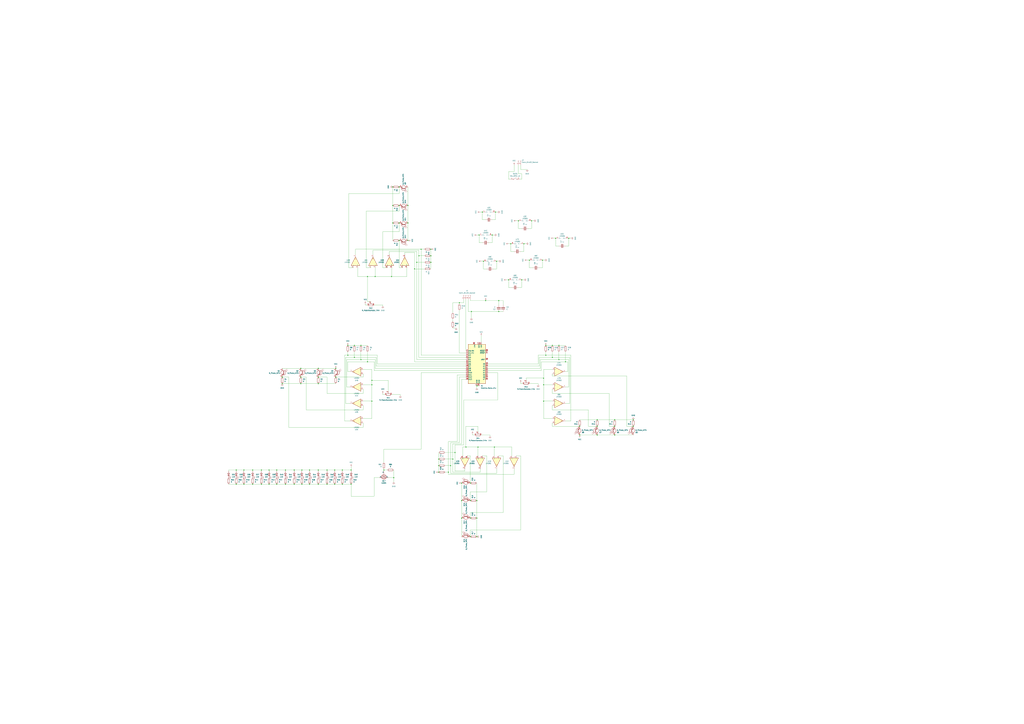
<source format=kicad_sch>
(kicad_sch (version 20250114) (generator "eeschema") (generator_version "9.0")
  (paper "A0")
  (junction (at 274.32 546.1))
  (junction (at 535.94 601.98))
  (junction (at 500.38 304.8))
  (junction (at 312.42 546.1))
  (junction (at 407.67 546.1))
  (junction (at 608.33 283.21))
  (junction (at 419.1 401.32))
  (junction (at 633.73 401.32))
  (junction (at 713.74 487.68))
  (junction (at 389.89 427.99))
  (junction (at 463.55 217.17))
  (junction (at 473.71 259.08))
  (junction (at 563.88 349.25))
  (junction (at 525.78 533.4))
  (junction (at 473.71 279.4))
  (junction (at 274.32 562.61))
  (junction (at 633.73 412.75))
  (junction (at 473.71 238.76))
  (junction (at 327.66 445.77))
  (junction (at 349.25 445.77))
  (junction (at 735.33 495.3))
  (junction (at 713.74 505.46))
  (junction (at 533.4 351.79))
  (junction (at 614.68 302.26))
  (junction (at 546.1 561.34))
  (junction (at 397.51 562.61))
  (junction (at 397.51 546.1))
  (junction (at 463.55 238.76))
  (junction (at 303.53 562.61))
  (junction (at 590.55 325.12))
  (junction (at 641.35 415.29))
  (junction (at 341.63 546.1))
  (junction (at 553.72 601.98))
  (junction (at 575.31 246.38))
  (junction (at 445.77 546.1))
  (junction (at 457.2 554.99))
  (junction (at 593.09 283.21))
  (junction (at 426.72 420.37))
  (junction (at 411.48 415.29))
  (junction (at 369.57 427.99))
  (junction (at 389.89 438.15))
  (junction (at 349.25 427.99))
  (junction (at 379.73 546.1))
  (junction (at 283.21 546.1))
  (junction (at 571.5 273.05))
  (junction (at 293.37 546.1))
  (junction (at 546.1 601.98))
  (junction (at 645.16 276.86))
  (junction (at 359.41 546.1))
  (junction (at 535.94 581.66))
  (junction (at 509.27 548.64))
  (junction (at 648.97 401.32))
  (junction (at 481.33 312.42))
  (junction (at 509.27 533.4))
  (junction (at 556.26 273.05))
  (junction (at 541.02 519.43))
  (junction (at 631.19 439.42))
  (junction (at 656.59 420.37))
  (junction (at 576.58 303.53))
  (junction (at 561.34 303.53))
  (junction (at 605.79 325.12))
  (junction (at 693.42 495.3))
  (junction (at 535.94 561.34))
  (junction (at 388.62 562.61))
  (junction (at 554.99 519.43))
  (junction (at 574.04 519.43))
  (junction (at 369.57 438.15))
  (junction (at 579.12 349.25))
  (junction (at 403.86 412.75))
  (junction (at 312.42 562.61))
  (junction (at 713.74 495.3))
  (junction (at 546.1 623.57))
  (junction (at 369.57 445.77))
  (junction (at 500.38 289.56))
  (junction (at 455.93 259.08))
  (junction (at 341.63 562.61))
  (junction (at 407.67 562.61))
  (junction (at 673.1 495.3))
  (junction (at 426.72 321.31))
  (junction (at 641.35 401.32))
  (junction (at 660.4 276.86))
  (junction (at 403.86 401.32))
  (junction (at 303.53 546.1))
  (junction (at 431.8 466.09))
  (junction (at 509.27 541.02))
  (junction (at 488.95 289.56))
  (junction (at 560.07 246.38))
  (junction (at 553.72 623.57))
  (junction (at 486.41 297.18))
  (junction (at 617.22 256.54))
  (junction (at 523.24 541.02))
  (junction (at 547.37 361.95))
  (junction (at 435.61 321.31))
  (junction (at 579.12 361.95))
  (junction (at 693.42 505.46))
  (junction (at 350.52 546.1))
  (junction (at 411.48 401.32))
  (junction (at 431.8 441.96))
  (junction (at 463.55 279.4))
  (junction (at 631.19 447.04))
  (junction (at 520.7 548.64))
  (junction (at 321.31 562.61))
  (junction (at 463.55 259.08))
  (junction (at 528.32 525.78))
  (junction (at 350.52 562.61))
  (junction (at 500.38 297.18))
  (junction (at 369.57 562.61))
  (junction (at 327.66 438.15))
  (junction (at 693.42 487.68))
  (junction (at 431.8 447.04))
  (junction (at 631.19 466.09))
  (junction (at 454.66 321.31))
  (junction (at 629.92 302.26))
  (junction (at 546.1 581.66))
  (junction (at 553.72 581.66))
  (junction (at 321.31 546.1))
  (junction (at 673.1 505.46))
  (junction (at 331.47 562.61))
  (junction (at 349.25 438.15))
  (junction (at 369.57 546.1))
  (junction (at 553.72 448.31))
  (junction (at 293.37 562.61))
  (junction (at 359.41 562.61))
  (junction (at 648.97 417.83))
  (junction (at 601.98 256.54))
  (junction (at 331.47 546.1))
  (junction (at 419.1 417.83))
  (junction (at 388.62 546.1))
  (junction (at 455.93 238.76))
  (junction (at 455.93 217.17))
  (junction (at 283.21 562.61))
  (junction (at 735.33 487.68))
  (junction (at 379.73 562.61))
  (junction (at 483.87 304.8))
  (wire (pts (xy 500.38 297.18) (xy 500.38 304.8)))
  (wire (pts (xy 388.62 562.61) (xy 397.51 562.61)))
  (wire (pts (xy 601.98 265.43) (xy 601.98 256.54)))
  (wire (pts (xy 618.49 311.15) (xy 614.68 311.15)))
  (wire (pts (xy 693.42 505.46) (xy 713.74 505.46)))
  (wire (pts (xy 541.02 440.69) (xy 535.94 440.69)))
  (wire (pts (xy 596.9 191.77) (xy 596.9 199.39)))
  (wire (pts (xy 557.53 548.64) (xy 557.53 544.83)))
  (wire (pts (xy 535.94 515.62) (xy 525.78 515.62)))
  (wire (pts (xy 546.1 529.59) (xy 546.1 561.34)))
  (wire (pts (xy 641.35 436.88) (xy 727.71 436.88)))
  (wire (pts (xy 567.69 281.94) (xy 571.5 281.94)))
  (wire (pts (xy 379.73 546.1) (xy 369.57 546.1)))
  (wire (pts (xy 369.57 562.61) (xy 379.73 562.61)))
  (wire (pts (xy 452.12 292.1) (xy 452.12 295.91)))
  (wire (pts (xy 435.61 427.99) (xy 541.02 427.99)))
  (wire (pts (xy 530.86 513.08) (xy 520.7 513.08)))
  (wire (pts (xy 509.27 541.02) (xy 509.27 533.4)))
  (wire (pts (xy 553.72 623.57) (xy 553.72 601.98)))
  (wire (pts (xy 530.86 435.61) (xy 541.02 435.61)))
  (wire (pts (xy 426.72 420.37) (xy 434.34 420.37)))
  (wire (pts (xy 561.34 312.42) (xy 561.34 303.53)))
  (wire (pts (xy 735.33 487.68) (xy 713.74 487.68)))
  (wire (pts (xy 438.15 422.91) (xy 541.02 422.91)))
  (wire (pts (xy 355.6 476.25) (xy 355.6 438.15)))
  (wire (pts (xy 426.72 408.94) (xy 426.72 420.37)))
  (wire (pts (xy 641.35 457.2) (xy 707.39 457.2)))
  (wire (pts (xy 543.56 361.95) (xy 547.37 361.95)))
  (wire (pts (xy 369.57 427.99) (xy 349.25 427.99)))
  (wire (pts (xy 400.05 412.75) (xy 400.05 488.95)))
  (wire (pts (xy 538.48 516.89) (xy 538.48 464.82)))
  (wire (pts (xy 599.44 529.59) (xy 604.52 529.59)))
  (wire (pts (xy 419.1 417.83) (xy 435.61 417.83)))
  (wire (pts (xy 624.84 445.77) (xy 624.84 447.04)))
  (wire (pts (xy 488.95 289.56) (xy 488.95 412.75)))
  (wire (pts (xy 463.55 311.15) (xy 467.36 311.15)))
  (wire (pts (xy 312.42 546.1) (xy 312.42 547.37)))
  (wire (pts (xy 575.31 246.38) (xy 575.31 255.27)))
  (wire (pts (xy 566.42 422.91) (xy 624.84 422.91)))
  (wire (pts (xy 631.19 466.09) (xy 631.19 447.04)))
  (wire (pts (xy 516.89 548.64) (xy 520.7 548.64)))
  (wire (pts (xy 590.55 334.01) (xy 590.55 325.12)))
  (wire (pts (xy 645.16 285.75) (xy 645.16 276.86)))
  (wire (pts (xy 641.35 471.17) (xy 641.35 476.25)))
  (wire (pts (xy 516.89 525.78) (xy 528.32 525.78)))
  (wire (pts (xy 574.04 529.59) (xy 574.04 519.43)))
  (wire (pts (xy 349.25 427.99) (xy 327.66 427.99)))
  (wire (pts (xy 662.94 488.95) (xy 656.59 488.95)))
  (wire (pts (xy 293.37 562.61) (xy 303.53 562.61)))
  (wire (pts (xy 626.11 311.15) (xy 629.92 311.15)))
  (wire (pts (xy 546.1 615.95) (xy 546.1 623.57)))
  (wire (pts (xy 535.94 440.69) (xy 535.94 515.62)))
  (wire (pts (xy 568.96 505.46) (xy 568.96 506.73)))
  (wire (pts (xy 656.59 420.37) (xy 659.13 420.37)))
  (wire (pts (xy 629.92 302.26) (xy 629.92 311.15)))
  (wire (pts (xy 463.55 224.79) (xy 463.55 217.17)))
  (wire (pts (xy 483.87 304.8) (xy 483.87 417.83)))
  (wire (pts (xy 463.55 311.15) (xy 463.55 279.4)))
  (wire (pts (xy 553.72 581.66) (xy 553.72 561.34)))
  (wire (pts (xy 431.8 441.96) (xy 431.8 447.04)))
  (wire (pts (xy 481.33 293.37) (xy 481.33 312.42)))
  (wire (pts (xy 355.6 438.15) (xy 349.25 438.15)))
  (wire (pts (xy 543.56 347.98) (xy 543.56 361.95)))
  (wire (pts (xy 481.33 420.37) (xy 541.02 420.37)))
  (wire (pts (xy 596.9 551.18) (xy 596.9 544.83)))
  (wire (pts (xy 415.29 321.31) (xy 426.72 321.31)))
  (wire (pts (xy 693.42 495.3) (xy 683.26 495.3)))
  (wire (pts (xy 424.18 353.06) (xy 424.18 354.33)))
  (wire (pts (xy 641.35 495.3) (xy 673.1 495.3)))
  (wire (pts (xy 556.26 273.05) (xy 553.72 273.05)))
  (wire (pts (xy 656.59 285.75) (xy 660.4 285.75)))
  (wire (pts (xy 433.07 295.91) (xy 433.07 290.83)))
  (wire (pts (xy 421.64 429.26) (xy 431.8 429.26)))
  (wire (pts (xy 406.4 431.8) (xy 403.86 431.8)))
  (wire (pts (xy 525.78 533.4) (xy 525.78 548.64)))
  (wire (pts (xy 541.02 519.43) (xy 554.99 519.43)))
  (wire (pts (xy 331.47 546.1) (xy 321.31 546.1)))
  (wire (pts (xy 424.18 354.33) (xy 426.72 354.33)))
  (wire (pts (xy 426.72 350.52) (xy 430.53 350.52)))
  (wire (pts (xy 626.11 415.29) (xy 626.11 425.45)))
  (wire (pts (xy 576.58 303.53) (xy 576.58 312.42)))
  (wire (pts (xy 293.37 546.1) (xy 283.21 546.1)))
  (wire (pts (xy 727.71 436.88) (xy 727.71 495.3)))
  (wire (pts (xy 617.22 256.54) (xy 619.76 256.54)))
  (wire (pts (xy 525.78 351.79) (xy 525.78 363.22)))
  (wire (pts (xy 533.4 353.06) (xy 533.4 351.79)))
  (wire (pts (xy 535.94 601.98) (xy 535.94 623.57)))
  (wire (pts (xy 605.79 265.43) (xy 601.98 265.43)))
  (wire (pts (xy 407.67 542.29) (xy 407.67 546.1)))
  (wire (pts (xy 546.1 581.66) (xy 546.1 571.5)))
  (wire (pts (xy 539.75 547.37) (xy 528.32 547.37)))
  (wire (pts (xy 626.11 415.29) (xy 641.35 415.29)))
  (wire (pts (xy 283.21 546.1) (xy 283.21 547.37)))
  (wire (pts (xy 492.76 304.8) (xy 483.87 304.8)))
  (wire (pts (xy 379.73 457.2) (xy 421.64 457.2)))
  (wire (pts (xy 359.41 546.1) (xy 359.41 547.37)))
  (wire (pts (xy 464.82 458.47) (xy 464.82 459.74)))
  (wire (pts (xy 500.38 304.8) (xy 500.38 312.42)))
  (wire (pts (xy 656.59 408.94) (xy 656.59 420.37)))
  (wire (pts (xy 608.33 283.21) (xy 610.87 283.21)))
  (wire (pts (xy 265.43 562.61) (xy 274.32 562.61)))
  (wire (pts (xy 631.19 486.41) (xy 631.19 466.09)))
  (wire (pts (xy 641.35 466.09) (xy 631.19 466.09)))
  (wire (pts (xy 648.97 401.32) (xy 656.59 401.32)))
  (wire (pts (xy 541.02 495.3) (xy 541.02 519.43)))
  (wire (pts (xy 430.53 311.15) (xy 425.45 311.15)))
  (wire (pts (xy 369.57 438.15) (xy 379.73 438.15)))
  (wire (pts (xy 593.09 292.1) (xy 593.09 283.21)))
  (wire (pts (xy 571.5 273.05) (xy 574.04 273.05)))
  (wire (pts (xy 541.02 347.98) (xy 541.02 407.67)))
  (wire (pts (xy 444.5 311.15) (xy 449.58 311.15)))
  (wire (pts (xy 457.2 546.1) (xy 457.2 554.99)))
  (wire (pts (xy 601.98 191.77) (xy 601.98 201.93)))
  (wire (pts (xy 486.41 415.29) (xy 541.02 415.29)))
  (wire (pts (xy 488.95 433.07) (xy 541.02 433.07)))
  (wire (pts (xy 312.42 546.1) (xy 303.53 546.1)))
  (wire (pts (xy 648.97 408.94) (xy 648.97 417.83)))
  (wire (pts (xy 584.2 595.63) (xy 546.1 595.63)))
  (wire (pts (xy 444.5 457.2) (xy 444.5 458.47)))
  (wire (pts (xy 401.32 415.29) (xy 411.48 415.29)))
  (wire (pts (xy 565.15 529.59) (xy 560.07 529.59)))
  (wire (pts (xy 546.1 529.59) (xy 542.29 529.59)))
  (wire (pts (xy 556.26 281.94) (xy 556.26 273.05)))
  (wire (pts (xy 537.21 519.43) (xy 541.02 519.43)))
  (wire (pts (xy 727.71 495.3) (xy 735.33 495.3)))
  (wire (pts (xy 434.34 354.33) (xy 444.5 354.33)))
  (wire (pts (xy 411.48 408.94) (xy 411.48 415.29)))
  (wire (pts (xy 546.1 571.5) (xy 565.15 571.5)))
  (wire (pts (xy 321.31 546.1) (xy 321.31 547.37)))
  (wire (pts (xy 421.64 491.49) (xy 421.64 496.57)))
  (wire (pts (xy 434.34 420.37) (xy 434.34 430.53)))
  (wire (pts (xy 528.32 516.89) (xy 528.32 525.78)))
  (wire (pts (xy 434.34 430.53) (xy 541.02 430.53)))
  (wire (pts (xy 541.02 438.15) (xy 533.4 438.15)))
  (wire (pts (xy 481.33 312.42) (xy 481.33 420.37)))
  (wire (pts (xy 560.07 246.38) (xy 557.53 246.38)))
  (wire (pts (xy 421.64 486.41) (xy 431.8 486.41)))
  (wire (pts (xy 707.39 457.2) (xy 707.39 495.3)))
  (wire (pts (xy 539.75 544.83) (xy 539.75 547.37)))
  (wire (pts (xy 547.37 361.95) (xy 579.12 361.95)))
  (wire (pts (xy 641.35 486.41) (xy 631.19 486.41)))
  (wire (pts (xy 661.67 468.63) (xy 661.67 415.29)))
  (wire (pts (xy 641.35 491.49) (xy 641.35 495.3)))
  (wire (pts (xy 488.95 521.97) (xy 488.95 433.07)))
  (wire (pts (xy 594.36 529.59) (xy 594.36 519.43)))
  (wire (pts (xy 341.63 546.1) (xy 331.47 546.1)))
  (wire (pts (xy 627.38 427.99) (xy 627.38 417.83)))
  (wire (pts (xy 594.36 334.01) (xy 590.55 334.01)))
  (wire (pts (xy 463.55 269.24) (xy 444.5 269.24)))
  (wire (pts (xy 331.47 562.61) (xy 341.63 562.61)))
  (wire (pts (xy 553.72 448.31) (xy 553.72 450.85)))
  (wire (pts (xy 571.5 255.27) (xy 575.31 255.27)))
  (wire (pts (xy 369.57 445.77) (xy 389.89 445.77)))
  (wire (pts (xy 436.88 425.45) (xy 541.02 425.45)))
  (wire (pts (xy 656.59 431.8) (xy 659.13 431.8)))
  (wire (pts (xy 565.15 571.5) (xy 565.15 529.59)))
  (wire (pts (xy 535.94 561.34) (xy 535.94 581.66)))
  (wire (pts (xy 483.87 292.1) (xy 483.87 304.8)))
  (wire (pts (xy 576.58 549.91) (xy 523.24 549.91)))
  (wire (pts (xy 492.76 297.18) (xy 486.41 297.18)))
  (wire (pts (xy 525.78 515.62) (xy 525.78 533.4)))
  (wire (pts (xy 584.2 354.33) (xy 584.2 349.25)))
  (wire (pts (xy 576.58 303.53) (xy 579.12 303.53)))
  (wire (pts (xy 548.64 504.19) (xy 548.64 505.46)))
  (wire (pts (xy 604.52 196.85) (xy 612.14 196.85)))
  (wire (pts (xy 604.52 444.5) (xy 604.52 445.77)))
  (wire (pts (xy 405.13 224.79) (xy 463.55 224.79)))
  (wire (pts (xy 283.21 546.1) (xy 274.32 546.1)))
  (wire (pts (xy 440.69 554.99) (xy 434.34 554.99)))
  (wire (pts (xy 558.8 505.46) (xy 568.96 505.46)))
  (wire (pts (xy 601.98 201.93) (xy 605.79 201.93)))
  (wire (pts (xy 401.32 468.63) (xy 401.32 415.29)))
  (wire (pts (xy 488.95 289.56) (xy 412.75 289.56)))
  (wire (pts (xy 421.64 457.2) (xy 421.64 452.12)))
  (wire (pts (xy 463.55 245.11) (xy 463.55 238.76)))
  (wire (pts (xy 411.48 415.29) (xy 436.88 415.29)))
  (wire (pts (xy 435.61 311.15) (xy 435.61 321.31)))
  (wire (pts (xy 402.59 417.83) (xy 402.59 449.58)))
  (wire (pts (xy 535.94 581.66) (xy 535.94 601.98)))
  (wire (pts (xy 601.98 256.54) (xy 599.44 256.54)))
  (wire (pts (xy 605.79 208.28) (xy 603.25 208.28)))
  (wire (pts (xy 533.4 438.15) (xy 533.4 514.35)))
  (wire (pts (xy 628.65 420.37) (xy 656.59 420.37)))
  (wire (pts (xy 445.77 521.97) (xy 488.95 521.97)))
  (wire (pts (xy 492.76 289.56) (xy 488.95 289.56)))
  (wire (pts (xy 563.88 349.25) (xy 579.12 349.25)))
  (wire (pts (xy 455.93 259.08) (xy 455.93 279.4)))
  (wire (pts (xy 410.21 311.15) (xy 405.13 311.15)))
  (wire (pts (xy 516.89 533.4) (xy 525.78 533.4)))
  (wire (pts (xy 321.31 562.61) (xy 331.47 562.61)))
  (wire (pts (xy 633.73 401.32) (xy 641.35 401.32)))
  (wire (pts (xy 525.78 548.64) (xy 557.53 548.64)))
  (wire (pts (xy 596.9 292.1) (xy 593.09 292.1)))
  (wire (pts (xy 610.87 441.96) (xy 610.87 439.42)))
  (wire (pts (xy 571.5 273.05) (xy 571.5 281.94)))
  (wire (pts (xy 577.85 433.07) (xy 577.85 464.82)))
  (wire (pts (xy 434.34 576.58) (xy 434.34 554.99)))
  (wire (pts (xy 1247.14 15.24) (xy 1247.14 29.21)))
  (wire (pts (xy 327.66 445.77) (xy 349.25 445.77)))
  (wire (pts (xy 431.8 466.09) (xy 431.8 447.04)))
  (wire (pts (xy 350.52 562.61) (xy 359.41 562.61)))
  (wire (pts (xy 445.77 546.1) (xy 445.77 547.37)))
  (wire (pts (xy 454.66 321.31) (xy 454.66 311.15)))
  (wire (pts (xy 444.5 354.33) (xy 444.5 355.6)))
  (wire (pts (xy 604.52 191.77) (xy 604.52 196.85)))
  (wire (pts (xy 683.26 476.25) (xy 641.35 476.25)))
  (wire (pts (xy 631.19 429.26) (xy 631.19 439.42)))
  (wire (pts (xy 576.58 544.83) (xy 576.58 549.91)))
  (wire (pts (xy 425.45 311.15) (xy 425.45 245.11)))
  (wire (pts (xy 407.67 546.1) (xy 407.67 547.37)))
  (wire (pts (xy 604.52 615.95) (xy 546.1 615.95)))
  (wire (pts (xy 594.36 519.43) (xy 574.04 519.43)))
  (wire (pts (xy 421.64 471.17) (xy 421.64 476.25)))
  (wire (pts (xy 533.4 351.79) (xy 538.48 351.79)))
  (wire (pts (xy 303.53 562.61) (xy 312.42 562.61)))
  (wire (pts (xy 303.53 546.1) (xy 303.53 547.37)))
  (wire (pts (xy 379.73 546.1) (xy 379.73 547.37)))
  (wire (pts (xy 707.39 495.3) (xy 713.74 495.3)))
  (wire (pts (xy 554.99 495.3) (xy 541.02 495.3)))
  (wire (pts (xy 303.53 546.1) (xy 293.37 546.1)))
  (wire (pts (xy 438.15 422.91) (xy 438.15 412.75)))
  (wire (pts (xy 584.2 529.59) (xy 584.2 595.63)))
  (wire (pts (xy 469.9 295.91) (xy 469.9 293.37)))
  (wire (pts (xy 265.43 546.1) (xy 265.43 547.37)))
  (wire (pts (xy 274.32 562.61) (xy 283.21 562.61)))
  (wire (pts (xy 500.38 289.56) (xy 500.38 297.18)))
  (wire (pts (xy 558.8 389.89) (xy 558.8 397.51)))
  (wire (pts (xy 530.86 513.08) (xy 530.86 435.61)))
  (wire (pts (xy 673.1 505.46) (xy 693.42 505.46)))
  (wire (pts (xy 444.5 458.47) (xy 447.04 458.47)))
  (wire (pts (xy 483.87 417.83) (xy 541.02 417.83)))
  (wire (pts (xy 538.48 464.82) (xy 577.85 464.82)))
  (wire (pts (xy 425.45 245.11) (xy 463.55 245.11)))
  (wire (pts (xy 525.78 370.84) (xy 525.78 373.38)))
  (wire (pts (xy 520.7 513.08) (xy 520.7 548.64)))
  (wire (pts (xy 553.72 448.31) (xy 556.26 448.31)))
  (wire (pts (xy 546.1 349.25) (xy 563.88 349.25)))
  (wire (pts (xy 546.1 347.98) (xy 546.1 349.25)))
  (wire (pts (xy 560.07 281.94) (xy 556.26 281.94)))
  (wire (pts (xy 548.64 505.46) (xy 551.18 505.46)))
  (wire (pts (xy 560.07 255.27) (xy 560.07 246.38)))
  (wire (pts (xy 627.38 417.83) (xy 648.97 417.83)))
  (wire (pts (xy 421.64 438.15) (xy 421.64 434.34)))
  (wire (pts (xy 473.71 238.76) (xy 473.71 217.17)))
  (wire (pts (xy 421.64 466.09) (xy 431.8 466.09)))
  (wire (pts (xy 516.89 541.02) (xy 523.24 541.02)))
  (wire (pts (xy 312.42 562.61) (xy 321.31 562.61)))
  (wire (pts (xy 629.92 302.26) (xy 632.46 302.26)))
  (wire (pts (xy 397.51 546.1) (xy 388.62 546.1)))
  (wire (pts (xy 566.42 427.99) (xy 627.38 427.99)))
  (wire (pts (xy 426.72 321.31) (xy 435.61 321.31)))
  (wire (pts (xy 641.35 429.26) (xy 631.19 429.26)))
  (wire (pts (xy 693.42 487.68) (xy 673.1 487.68)))
  (wire (pts (xy 614.68 445.77) (xy 624.84 445.77)))
  (wire (pts (xy 566.42 425.45) (xy 626.11 425.45)))
  (wire (pts (xy 341.63 546.1) (xy 341.63 547.37)))
  (wire (pts (xy 525.78 351.79) (xy 533.4 351.79)))
  (wire (pts (xy 593.09 283.21) (xy 590.55 283.21)))
  (wire (pts (xy 605.79 325.12) (xy 608.33 325.12)))
  (wire (pts (xy 523.24 514.35) (xy 533.4 514.35)))
  (wire (pts (xy 537.21 529.59) (xy 537.21 519.43)))
  (wire (pts (xy 426.72 321.31) (xy 426.72 350.52)))
  (wire (pts (xy 584.2 349.25) (xy 579.12 349.25)))
  (wire (pts (xy 641.35 457.2) (xy 641.35 452.12)))
  (wire (pts (xy 473.71 259.08) (xy 473.71 238.76)))
  (wire (pts (xy 523.24 541.02) (xy 523.24 549.91)))
  (wire (pts (xy 433.07 290.83) (xy 486.41 290.83)))
  (wire (pts (xy 455.93 238.76) (xy 455.93 259.08)))
  (wire (pts (xy 604.52 445.77) (xy 607.06 445.77)))
  (wire (pts (xy 403.86 401.32) (xy 411.48 401.32)))
  (wire (pts (xy 359.41 562.61) (xy 369.57 562.61)))
  (wire (pts (xy 400.05 488.95) (xy 406.4 488.95)))
  (wire (pts (xy 546.1 595.63) (xy 546.1 601.98)))
  (wire (pts (xy 633.73 412.75) (xy 662.94 412.75)))
  (wire (pts (xy 713.74 505.46) (xy 735.33 505.46)))
  (wire (pts (xy 613.41 265.43) (xy 617.22 265.43)))
  (wire (pts (xy 608.33 283.21) (xy 608.33 292.1)))
  (wire (pts (xy 403.86 412.75) (xy 438.15 412.75)))
  (wire (pts (xy 435.61 427.99) (xy 435.61 417.83)))
  (wire (pts (xy 472.44 311.15) (xy 472.44 321.31)))
  (wire (pts (xy 590.55 199.39) (xy 590.55 208.28)))
  (wire (pts (xy 641.35 415.29) (xy 661.67 415.29)))
  (wire (pts (xy 400.05 412.75) (xy 403.86 412.75)))
  (wire (pts (xy 572.77 312.42) (xy 576.58 312.42)))
  (wire (pts (xy 575.31 246.38) (xy 577.85 246.38)))
  (wire (pts (xy 463.55 259.08) (xy 463.55 269.24)))
  (wire (pts (xy 454.66 458.47) (xy 464.82 458.47)))
  (wire (pts (xy 436.88 415.29) (xy 436.88 425.45)))
  (wire (pts (xy 579.12 529.59) (xy 584.2 529.59)))
  (wire (pts (xy 561.34 303.53) (xy 558.8 303.53)))
  (wire (pts (xy 389.89 427.99) (xy 369.57 427.99)))
  (wire (pts (xy 648.97 285.75) (xy 645.16 285.75)))
  (wire (pts (xy 486.41 290.83) (xy 486.41 297.18)))
  (wire (pts (xy 403.86 420.37) (xy 426.72 420.37)))
  (wire (pts (xy 641.35 401.32) (xy 648.97 401.32)))
  (wire (pts (xy 431.8 447.04) (xy 421.64 447.04)))
  (wire (pts (xy 435.61 321.31) (xy 454.66 321.31)))
  (wire (pts (xy 335.28 438.15) (xy 327.66 438.15)))
  (wire (pts (xy 713.74 487.68) (xy 693.42 487.68)))
  (wire (pts (xy 350.52 546.1) (xy 341.63 546.1)))
  (wire (pts (xy 590.55 325.12) (xy 588.01 325.12)))
  (wire (pts (xy 631.19 447.04) (xy 641.35 447.04)))
  (wire (pts (xy 407.67 576.58) (xy 434.34 576.58)))
  (wire (pts (xy 538.48 347.98) (xy 538.48 351.79)))
  (wire (pts (xy 421.64 496.57) (xy 335.28 496.57)))
  (wire (pts (xy 274.32 546.1) (xy 265.43 546.1)))
  (wire (pts (xy 617.22 256.54) (xy 617.22 265.43)))
  (wire (pts (xy 419.1 401.32) (xy 426.72 401.32)))
  (wire (pts (xy 450.85 441.96) (xy 431.8 441.96)))
  (wire (pts (xy 660.4 449.58) (xy 656.59 449.58)))
  (wire (pts (xy 554.99 519.43) (xy 554.99 529.59)))
  (wire (pts (xy 641.35 408.94) (xy 641.35 415.29)))
  (wire (pts (xy 457.2 554.99) (xy 457.2 560.07)))
  (wire (pts (xy 523.24 514.35) (xy 523.24 541.02)))
  (wire (pts (xy 407.67 562.61) (xy 407.67 576.58)))
  (wire (pts (xy 486.41 297.18) (xy 486.41 415.29)))
  (wire (pts (xy 614.68 302.26) (xy 612.14 302.26)))
  (wire (pts (xy 483.87 292.1) (xy 452.12 292.1)))
  (wire (pts (xy 656.59 468.63) (xy 661.67 468.63)))
  (wire (pts (xy 431.8 429.26) (xy 431.8 441.96)))
  (wire (pts (xy 605.79 201.93) (xy 605.79 208.28)))
  (wire (pts (xy 449.58 546.1) (xy 445.77 546.1)))
  (wire (pts (xy 577.85 433.07) (xy 566.42 433.07)))
  (wire (pts (xy 331.47 546.1) (xy 331.47 547.37)))
  (wire (pts (xy 405.13 311.15) (xy 405.13 224.79)))
  (wire (pts (xy 624.84 412.75) (xy 633.73 412.75)))
  (wire (pts (xy 509.27 533.4) (xy 509.27 525.78)))
  (wire (pts (xy 579.12 349.25) (xy 579.12 354.33)))
  (wire (pts (xy 660.4 276.86) (xy 660.4 285.75)))
  (wire (pts (xy 415.29 311.15) (xy 415.29 321.31)))
  (wire (pts (xy 565.15 312.42) (xy 561.34 312.42)))
  (wire (pts (xy 469.9 293.37) (xy 481.33 293.37)))
  (wire (pts (xy 445.77 537.21) (xy 445.77 521.97)))
  (wire (pts (xy 610.87 439.42) (xy 631.19 439.42)))
  (wire (pts (xy 397.51 562.61) (xy 407.67 562.61)))
  (wire (pts (xy 421.64 438.15) (xy 389.89 438.15)))
  (wire (pts (xy 525.78 381) (xy 529.59 381)))
  (wire (pts (xy 528.32 516.89) (xy 538.48 516.89)))
  (wire (pts (xy 445.77 544.83) (xy 445.77 546.1)))
  (wire (pts (xy 406.4 468.63) (xy 401.32 468.63)))
  (wire (pts (xy 554.99 501.65) (xy 554.99 495.3)))
  (wire (pts (xy 596.9 199.39) (xy 590.55 199.39)))
  (wire (pts (xy 604.52 529.59) (xy 604.52 615.95)))
  (wire (pts (xy 397.51 546.1) (xy 397.51 547.37)))
  (wire (pts (xy 520.7 548.64) (xy 520.7 551.18)))
  (wire (pts (xy 274.32 546.1) (xy 274.32 547.37)))
  (wire (pts (xy 369.57 546.1) (xy 359.41 546.1)))
  (wire (pts (xy 403.86 431.8) (xy 403.86 420.37)))
  (wire (pts (xy 662.94 412.75) (xy 662.94 488.95)))
  (wire (pts (xy 614.68 311.15) (xy 614.68 302.26)))
  (wire (pts (xy 628.65 420.37) (xy 628.65 430.53)))
  (wire (pts (xy 660.4 276.86) (xy 662.94 276.86)))
  (wire (pts (xy 541.02 410.21) (xy 533.4 410.21)))
  (wire (pts (xy 645.16 276.86) (xy 642.62 276.86)))
  (wire (pts (xy 624.84 422.91) (xy 624.84 412.75)))
  (wire (pts (xy 566.42 430.53) (xy 628.65 430.53)))
  (wire (pts (xy 528.32 525.78) (xy 528.32 547.37)))
  (wire (pts (xy 601.98 334.01) (xy 605.79 334.01)))
  (wire (pts (xy 411.48 401.32) (xy 419.1 401.32)))
  (wire (pts (xy 455.93 217.17) (xy 455.93 238.76)))
  (wire (pts (xy 419.1 408.94) (xy 419.1 417.83)))
  (wire (pts (xy 520.7 551.18) (xy 596.9 551.18)))
  (wire (pts (xy 553.72 601.98) (xy 553.72 581.66)))
  (wire (pts (xy 454.66 321.31) (xy 472.44 321.31)))
  (wire (pts (xy 402.59 417.83) (xy 419.1 417.83)))
  (wire (pts (xy 369.57 546.1) (xy 369.57 547.37)))
  (wire (pts (xy 379.73 562.61) (xy 388.62 562.61)))
  (wire (pts (xy 421.64 476.25) (xy 355.6 476.25)))
  (wire (pts (xy 350.52 546.1) (xy 350.52 547.37)))
  (wire (pts (xy 450.85 454.66) (xy 450.85 441.96)))
  (wire (pts (xy 412.75 289.56) (xy 412.75 295.91)))
  (wire (pts (xy 641.35 436.88) (xy 641.35 434.34)))
  (wire (pts (xy 321.31 546.1) (xy 312.42 546.1)))
  (wire (pts (xy 402.59 449.58) (xy 406.4 449.58)))
  (wire (pts (xy 648.97 417.83) (xy 660.4 417.83)))
  (wire (pts (xy 444.5 269.24) (xy 444.5 311.15)))
  (wire (pts (xy 488.95 412.75) (xy 541.02 412.75)))
  (wire (pts (xy 659.13 431.8) (xy 659.13 420.37)))
  (wire (pts (xy 388.62 546.1) (xy 388.62 547.37)))
  (wire (pts (xy 341.63 562.61) (xy 350.52 562.61)))
  (wire (pts (xy 492.76 312.42) (xy 481.33 312.42)))
  (wire (pts (xy 533.4 360.68) (xy 533.4 410.21)))
  (wire (pts (xy 604.52 292.1) (xy 608.33 292.1)))
  (wire (pts (xy 388.62 546.1) (xy 379.73 546.1)))
  (wire (pts (xy 359.41 546.1) (xy 350.52 546.1)))
  (wire (pts (xy 605.79 325.12) (xy 605.79 334.01)))
  (wire (pts (xy 563.88 255.27) (xy 560.07 255.27)))
  (wire (pts (xy 450.85 554.99) (xy 457.2 554.99)))
  (wire (pts (xy 403.86 408.94) (xy 403.86 412.75)))
  (wire (pts (xy 547.37 361.95) (xy 547.37 369.57)))
  (wire (pts (xy 660.4 417.83) (xy 660.4 449.58)))
  (wire (pts (xy 473.71 279.4) (xy 473.71 259.08)))
  (wire (pts (xy 683.26 495.3) (xy 683.26 476.25)))
  (wire (pts (xy 379.73 438.15) (xy 379.73 457.2)))
  (wire (pts (xy 349.25 445.77) (xy 369.57 445.77)))
  (wire (pts (xy 407.67 546.1) (xy 397.51 546.1)))
  (wire (pts (xy 590.55 208.28) (xy 593.09 208.28)))
  (wire (pts (xy 509.27 548.64) (xy 509.27 541.02)))
  (wire (pts (xy 335.28 496.57) (xy 335.28 438.15)))
  (wire (pts (xy 631.19 439.42) (xy 631.19 447.04)))
  (wire (pts (xy 431.8 486.41) (xy 431.8 466.09)))
  (wire (pts (xy 633.73 408.94) (xy 633.73 412.75)))
  (wire (pts (xy 283.21 562.61) (xy 293.37 562.61)))
  (wire (pts (xy 574.04 519.43) (xy 554.99 519.43)))
  (wire (pts (xy 293.37 546.1) (xy 293.37 547.37)))
  (wire (pts (xy 579.12 361.95) (xy 584.2 361.95)))
  (symbol (lib_id "Device:C") (at 622.3 311.15 90) (unit 1)
    (property "Reference" "C8" (at 621.0299 307.34 0) (effects (justify left)))
    (property "Value" "C" (at 623.5699 307.34 0) (effects (justify left)))
    (property "Footprint" "Capacitor_SMD:C_0603_1608Metric" (effects (hide yes)))
    (property "Description" "Unpolarized capacitor" (effects (hide yes)))
  )
  (symbol (lib_id "power:VCC") (at 509.27 548.64 90) (mirror x) (unit 1)
    (property "Reference" "#PWR013" (effects (hide yes)))
    (property "Value" "VCC" (at 504.19 548.64 0))
    (property "Description" "Power symbol creates a global label with name \"VCC\"" (effects (hide yes)))
  )
  (symbol (lib_id "power:VCC") (at 604.52 444.5 0) (unit 1)
    (property "Reference" "#PWR019" (effects (hide yes)))
    (property "Value" "VCC" (at 604.52 439.42 0))
    (property "Description" "Power symbol creates a global label with name \"VCC\"" (effects (hide yes)))
  )
  (symbol (lib_id "Device:R") (at 533.4 356.87 0) (unit 1)
    (property "Reference" "R49" (at 535.94 355.5999 0) (effects (justify left)))
    (property "Value" "R" (at 535.94 358.1399 0) (effects (justify left)))
    (property "Footprint" "Resistor_THT:R_Axial_DIN0207_L6.3mm_D2.5mm_P7.62mm_Horizontal" (effects (hide yes)))
    (property "Description" "Resistor" (effects (hide yes)))
  )
  (symbol (lib_id "Device:Q_Photo_NPN") (at 372.11 433.07 0) (mirror y) (unit 1)
    (property "Reference" "Q3" (at 367.03 431.0506 0) (effects (justify left)))
    (property "Value" "Q_Photo_NPN" (at 367.03 433.5906 0) (effects (justify left)))
    (property "Footprint" "NJL7502R:NJL7502R" (effects (hide yes)))
    (property "Description" "NPN phototransistor, collector/emitter" (effects (hide yes)))
  )
  (symbol (lib_id "Device:R") (at 513.08 541.02 90) (unit 1)
    (property "Reference" "R30" (at 511.8099 538.48 0) (effects (justify left)))
    (property "Value" "R" (at 514.3499 538.48 0) (effects (justify left)))
    (property "Footprint" "Resistor_SMD:R_0603_1608Metric_Pad0.98x0.95mm_HandSolder" (effects (hide yes)))
    (property "Description" "Resistor" (effects (hide yes)))
  )
  (symbol (lib_id "power:VCC") (at 403.86 401.32 0) (mirror y) (unit 1)
    (property "Reference" "#PWR01" (effects (hide yes)))
    (property "Value" "VCC" (at 403.86 396.24 0))
    (property "Description" "Power symbol creates a global label with name \"VCC\"" (effects (hide yes)))
  )
  (symbol (lib_id "power:GND") (at 327.66 445.77 0) (unit 1)
    (property "Reference" "#PWR03" (effects (hide yes)))
    (property "Value" "GND" (at 327.66 450.85 0))
    (property "Description" "Power symbol creates a global label with name \"GND\" , ground" (effects (hide yes)))
  )
  (symbol (lib_id "Device:R") (at 403.86 405.13 0) (unit 1)
    (property "Reference" "R8" (at 406.4 403.8599 0) (effects (justify left)))
    (property "Value" "R" (at 406.4 406.3999 0) (effects (justify left)))
    (property "Footprint" "Resistor_SMD:R_0603_1608Metric_Pad0.98x0.95mm_HandSolder" (effects (hide yes)))
    (property "Description" "Resistor" (effects (hide yes)))
  )
  (symbol (lib_id "Device:R") (at 513.08 525.78 90) (unit 1)
    (property "Reference" "R32" (at 511.8099 523.24 0) (effects (justify left)))
    (property "Value" "R" (at 514.3499 523.24 0) (effects (justify left)))
    (property "Footprint" "Resistor_SMD:R_0603_1608Metric_Pad0.98x0.95mm_HandSolder" (effects (hide yes)))
    (property "Description" "Resistor" (effects (hide yes)))
  )
  (symbol (lib_id "Simulation_SPICE:NMOS") (at 445.77 552.45 90) (mirror x) (unit 1)
    (property "Reference" "Q17" (at 445.77 558.8 90))
    (property "Value" "NMOS" (at 445.77 561.34 90))
    (property "Footprint" "Package_TO_SOT_THT:TO-251-3-1EP_Horizontal_TabDown" (effects (hide yes)))
    (property "Datasheet" "https://ngspice.sourceforge.io/docs/ngspice-html-manual/manual.xhtml#cha_MOSFETs" (effects (hide yes)))
    (property "Description" "N-MOSFET transistor, drain/source/gate" (effects (hide yes)))
    (property "Sim.Device" "NMOS" (effects (hide yes)))
    (property "Sim.Type" "VDMOS" (effects (hide yes)))
    (property "Sim.Pins" "1=D 2=G 3=S" (effects (hide yes)))
  )
  (symbol (lib_id "power:VCC") (at 557.53 246.38 90) (unit 1)
    (property "Reference" "#PWR030" (effects (hide yes)))
    (property "Value" "VCC" (at 552.45 246.38 0))
    (property "Description" "Power symbol creates a global label with name \"VCC\"" (effects (hide yes)))
  )
  (symbol (lib_id "Device:Q_Photo_NPN") (at 541.02 599.44 90) (mirror x) (unit 1)
    (property "Reference" "Q14" (at 539.0006 604.52 0) (effects (justify left)))
    (property "Value" "Q_Photo_NPN" (at 541.5406 604.52 0) (effects (justify left)))
    (property "Footprint" "NJL7502R:NJL7502R" (effects (hide yes)))
    (property "Description" "NPN phototransistor, collector/emitter" (effects (hide yes)))
  )
  (symbol (lib_id "Device:Q_Photo_NPN") (at 711.2 500.38 0) (mirror x) (unit 1)
    (property "Reference" "Q6" (at 716.28 502.3994 0) (effects (justify left)))
    (property "Value" "Q_Photo_NPN" (at 716.28 499.8594 0) (effects (justify left)))
    (property "Footprint" "NJL7502R:NJL7502R" (effects (hide yes)))
    (property "Description" "NPN phototransistor, collector/emitter" (effects (hide yes)))
  )
  (symbol (lib_id "power:VCC") (at 553.72 273.05 90) (unit 1)
    (property "Reference" "#PWR034" (effects (hide yes)))
    (property "Value" "VCC" (at 548.64 273.05 0))
    (property "Description" "Power symbol creates a global label with name \"VCC\"" (effects (hide yes)))
  )
  (symbol (lib_id "Device:LED") (at 359.41 551.18 90) (unit 1)
    (property "Reference" "D44" (at 363.22 551.4974 90) (effects (justify right)))
    (property "Value" "LED" (at 363.22 554.0374 90) (effects (justify right)))
    (property "Footprint" "LED_SMD:LED_0603_1608Metric" (effects (hide yes)))
    (property "Description" "Light emitting diode" (effects (hide yes)))
    (property "Sim.Pins" "1=K 2=A" (effects (hide yes)))
  )
  (symbol (lib_id "power:GND") (at 632.46 302.26 90) (unit 1)
    (property "Reference" "#PWR039" (effects (hide yes)))
    (property "Value" "GND" (at 637.54 302.26 0))
    (property "Description" "Power symbol creates a global label with name \"GND\" , ground" (effects (hide yes)))
  )
  (symbol (lib_id "Comparator:LM393") (at 469.9 303.53 270) (mirror x) (unit 1)
    (property "Reference" "U5" (at 463.55 302.2599 90) (effects (justify right)))
    (property "Value" "LM393" (at 463.55 304.7999 90) (effects (justify right)))
    (property "Footprint" "Package_SO:SOIC-8_3.9x4.9mm_P1.27mm" (effects (hide yes)))
    (property "Datasheet" "http://www.ti.com/lit/ds/symlink/lm393.pdf" (effects (hide yes)))
    (property "Description" "Low-Power, Low-Offset Voltage, Dual Comparators, DIP-8/SOIC-8/TO-99-8" (effects (hide yes)))
  )
  (symbol (lib_id "power:GND") (at 619.76 256.54 90) (unit 1)
    (property "Reference" "#PWR033" (effects (hide yes)))
    (property "Value" "GND" (at 624.84 256.54 0))
    (property "Description" "Power symbol creates a global label with name \"GND\" , ground" (effects (hide yes)))
  )
  (symbol (lib_id "Device:R") (at 389.89 441.96 0) (unit 1)
    (property "Reference" "R1" (at 392.43 440.6899 0) (effects (justify left)))
    (property "Value" "R" (at 392.43 443.2299 0) (effects (justify left)))
    (property "Footprint" "Resistor_SMD:R_0603_1608Metric_Pad0.98x0.95mm_HandSolder" (effects (hide yes)))
    (property "Description" "Resistor" (effects (hide yes)))
  )
  (symbol (lib_id "Device:R") (at 397.51 558.8 0) (unit 1)
    (property "Reference" "R34" (at 400.05 557.5299 0) (effects (justify left)))
    (property "Value" "R" (at 400.05 560.0699 0) (effects (justify left)))
    (property "Footprint" "Resistor_SMD:R_0603_1608Metric_Pad0.98x0.95mm_HandSolder" (effects (hide yes)))
    (property "Description" "Resistor" (effects (hide yes)))
  )
  (symbol (lib_id "Device:C") (at 598.17 334.01 90) (unit 1)
    (property "Reference" "C9" (at 596.8999 330.2 0) (effects (justify left)))
    (property "Value" "C" (at 599.4399 330.2 0) (effects (justify left)))
    (property "Footprint" "Capacitor_SMD:C_0603_1608Metric" (effects (hide yes)))
    (property "Description" "Unpolarized capacitor" (effects (hide yes)))
  )
  (symbol (lib_id "power:VCC") (at 444.5 457.2 0) (unit 1)
    (property "Reference" "#PWR015" (effects (hide yes)))
    (property "Value" "VCC" (at 444.5 452.12 0))
    (property "Description" "Power symbol creates a global label with name \"VCC\"" (effects (hide yes)))
  )
  (symbol (lib_id "Device:R") (at 693.42 491.49 180) (unit 1)
    (property "Reference" "R15" (at 690.88 492.7601 0) (effects (justify left)))
    (property "Value" "R" (at 690.88 490.2201 0) (effects (justify left)))
    (property "Footprint" "Resistor_SMD:R_0603_1608Metric_Pad0.98x0.95mm_HandSolder" (effects (hide yes)))
    (property "Description" "Resistor" (effects (hide yes)))
  )
  (symbol (lib_id "power:GND") (at 735.33 487.68 180) (unit 1)
    (property "Reference" "#PWR06" (effects (hide yes)))
    (property "Value" "GND" (at 735.33 482.6 0))
    (property "Description" "Power symbol creates a global label with name \"GND\" , ground" (effects (hide yes)))
  )
  (symbol (lib_id "Comparator:LM393") (at 622.3 299.72 90) (unit 3)
    (property "Reference" "U6" (at 622.3 297.18 90))
    (property "Value" "LM393" (at 622.3 299.72 90))
    (property "Footprint" "Package_SO:SOIC-8_3.9x4.9mm_P1.27mm" (effects (hide yes)))
    (property "Datasheet" "http://www.ti.com/lit/ds/symlink/lm393.pdf" (effects (hide yes)))
    (property "Description" "Low-Power, Low-Offset Voltage, Dual Comparators, DIP-8/SOIC-8/TO-99-8" (effects (hide yes)))
  )
  (symbol (lib_id "Device:LED") (at 331.47 551.18 90) (unit 1)
    (property "Reference" "D41" (at 335.28 551.4974 90) (effects (justify right)))
    (property "Value" "LED" (at 335.28 554.0374 90) (effects (justify right)))
    (property "Footprint" "LED_SMD:LED_0603_1608Metric" (effects (hide yes)))
    (property "Description" "Light emitting diode" (effects (hide yes)))
    (property "Sim.Pins" "1=K 2=A" (effects (hide yes)))
  )
  (symbol (lib_id "Device:C") (at 568.96 312.42 90) (unit 1)
    (property "Reference" "C10" (at 567.6899 308.61 0) (effects (justify left)))
    (property "Value" "C" (at 570.2299 308.61 0) (effects (justify left)))
    (property "Footprint" "Capacitor_SMD:C_0603_1608Metric" (effects (hide yes)))
    (property "Description" "Unpolarized capacitor" (effects (hide yes)))
  )
  (symbol (lib_id "Device:R") (at 496.57 297.18 270) (unit 1)
    (property "Reference" "R22" (at 497.8401 299.72 0) (effects (justify left)))
    (property "Value" "R" (at 495.3001 299.72 0) (effects (justify left)))
    (property "Footprint" "Resistor_SMD:R_0603_1608Metric_Pad0.98x0.95mm_HandSolder" (effects (hide yes)))
    (property "Description" "Resistor" (effects (hide yes)))
  )
  (symbol (lib_id "Device:R") (at 274.32 558.8 0) (unit 1)
    (property "Reference" "R56" (at 276.86 557.5299 0) (effects (justify left)))
    (property "Value" "R" (at 276.86 560.0699 0) (effects (justify left)))
    (property "Footprint" "Resistor_SMD:R_0603_1608Metric_Pad0.98x0.95mm_HandSolder" (effects (hide yes)))
    (property "Description" "Resistor" (effects (hide yes)))
  )
  (symbol (lib_id "Comparator:LM393") (at 412.75 303.53 270) (mirror x) (unit 2)
    (property "Reference" "U6" (at 406.4 302.2599 90) (effects (justify right)))
    (property "Value" "LM393" (at 406.4 304.7999 90) (effects (justify right)))
    (property "Footprint" "Package_SO:SOIC-8_3.9x4.9mm_P1.27mm" (effects (hide yes)))
    (property "Datasheet" "http://www.ti.com/lit/ds/symlink/lm393.pdf" (effects (hide yes)))
    (property "Description" "Low-Power, Low-Offset Voltage, Dual Comparators, DIP-8/SOIC-8/TO-99-8" (effects (hide yes)))
  )
  (symbol (lib_id "Device:LED") (at 379.73 551.18 90) (unit 1)
    (property "Reference" "D46" (at 383.54 551.4974 90) (effects (justify right)))
    (property "Value" "LED" (at 383.54 554.0374 90) (effects (justify right)))
    (property "Footprint" "LED_SMD:LED_0603_1608Metric" (effects (hide yes)))
    (property "Description" "Light emitting diode" (effects (hide yes)))
    (property "Sim.Pins" "1=K 2=A" (effects (hide yes)))
  )
  (symbol (lib_id "power:VCC") (at 558.8 303.53 90) (unit 1)
    (property "Reference" "#PWR042" (effects (hide yes)))
    (property "Value" "VCC" (at 553.72 303.53 0))
    (property "Description" "Power symbol creates a global label with name \"VCC\"" (effects (hide yes)))
  )
  (symbol (lib_id "Device:Q_Photo_NPN") (at 690.88 500.38 0) (mirror x) (unit 1)
    (property "Reference" "Q7" (at 695.96 502.3994 0) (effects (justify left)))
    (property "Value" "Q_Photo_NPN" (at 695.96 499.8594 0) (effects (justify left)))
    (property "Footprint" "NJL7502R:NJL7502R" (effects (hide yes)))
    (property "Description" "NPN phototransistor, collector/emitter" (effects (hide yes)))
  )
  (symbol (lib_id "Comparator:LM393") (at 557.53 537.21 90) (mirror x) (unit 1)
    (property "Reference" "U2" (at 551.18 535.9399 90) (effects (justify left)))
    (property "Value" "LM393" (at 551.18 538.4799 90) (effects (justify left)))
    (property "Footprint" "Package_SO:SOIC-8_3.9x4.9mm_P1.27mm" (effects (hide yes)))
    (property "Datasheet" "http://www.ti.com/lit/ds/symlink/lm393.pdf" (effects (hide yes)))
    (property "Description" "Low-Power, Low-Offset Voltage, Dual Comparators, DIP-8/SOIC-8/TO-99-8" (effects (hide yes)))
  )
  (symbol (lib_id "Device:LED") (at 341.63 551.18 90) (unit 1)
    (property "Reference" "D42" (at 345.44 551.4974 90) (effects (justify right)))
    (property "Value" "LED" (at 345.44 554.0374 90) (effects (justify right)))
    (property "Footprint" "LED_SMD:LED_0603_1608Metric" (effects (hide yes)))
    (property "Description" "Light emitting diode" (effects (hide yes)))
    (property "Sim.Pins" "1=K 2=A" (effects (hide yes)))
  )
  (symbol (lib_id "Comparator:LM393") (at 609.6 259.08 270) (unit 3)
    (property "Reference" "U3" (at 609.6 251.46 90))
    (property "Value" "LM393" (at 609.6 254 90))
    (property "Footprint" "Package_SO:SOIC-8_3.9x4.9mm_P1.27mm" (effects (hide yes)))
    (property "Datasheet" "http://www.ti.com/lit/ds/symlink/lm393.pdf" (effects (hide yes)))
    (property "Description" "Low-Power, Low-Offset Voltage, Dual Comparators, DIP-8/SOIC-8/TO-99-8" (effects (hide yes)))
  )
  (symbol (lib_id "Device:LED") (at 350.52 551.18 90) (unit 1)
    (property "Reference" "D43" (at 354.33 551.4974 90) (effects (justify right)))
    (property "Value" "LED" (at 354.33 554.0374 90) (effects (justify right)))
    (property "Footprint" "LED_SMD:LED_0603_1608Metric" (effects (hide yes)))
    (property "Description" "Light emitting diode" (effects (hide yes)))
    (property "Sim.Pins" "1=K 2=A" (effects (hide yes)))
  )
  (symbol (lib_id "Device:R") (at 525.78 377.19 0) (unit 1)
    (property "Reference" "R50" (at 528.32 375.9199 0) (effects (justify left)))
    (property "Value" "R" (at 528.32 378.4599 0) (effects (justify left)))
    (property "Footprint" "Resistor_THT:R_Axial_DIN0207_L6.3mm_D2.5mm_P7.62mm_Horizontal" (effects (hide yes)))
    (property "Description" "Resistor" (effects (hide yes)))
  )
  (symbol (lib_id "Device:R") (at 713.74 491.49 180) (unit 1)
    (property "Reference" "R14" (at 711.2 492.7601 0) (effects (justify left)))
    (property "Value" "R" (at 711.2 490.2201 0) (effects (justify left)))
    (property "Footprint" "Resistor_SMD:R_0603_1608Metric_Pad0.98x0.95mm_HandSolder" (effects (hide yes)))
    (property "Description" "Resistor" (effects (hide yes)))
  )
  (symbol (lib_id "power:VCC") (at 588.01 325.12 90) (unit 1)
    (property "Reference" "#PWR040" (effects (hide yes)))
    (property "Value" "VCC" (at 582.93 325.12 0))
    (property "Description" "Power symbol creates a global label with name \"VCC\"" (effects (hide yes)))
  )
  (symbol (lib_id "power:VCC") (at 673.1 505.46 0) (mirror x) (unit 1)
    (property "Reference" "#PWR010" (effects (hide yes)))
    (property "Value" "VCC" (at 673.1 510.54 0))
    (property "Description" "Power symbol creates a global label with name \"VCC\"" (effects (hide yes)))
  )
  (symbol (lib_id "Device:LED") (at 274.32 551.18 90) (unit 1)
    (property "Reference" "D35" (at 278.13 551.4974 90) (effects (justify right)))
    (property "Value" "LED" (at 278.13 554.0374 90) (effects (justify right)))
    (property "Footprint" "LED_SMD:LED_0603_1608Metric" (effects (hide yes)))
    (property "Description" "Light emitting diode" (effects (hide yes)))
    (property "Sim.Pins" "1=K 2=A" (effects (hide yes)))
  )
  (symbol (lib_id "Device:R") (at 411.48 405.13 0) (unit 1)
    (property "Reference" "R7" (at 414.02 403.8599 0) (effects (justify left)))
    (property "Value" "R" (at 414.02 406.3999 0) (effects (justify left)))
    (property "Footprint" "Resistor_SMD:R_0603_1608Metric_Pad0.98x0.95mm_HandSolder" (effects (hide yes)))
    (property "Description" "Resistor" (effects (hide yes)))
  )
  (symbol (lib_id "Device:LED") (at 312.42 551.18 90) (unit 1)
    (property "Reference" "D39" (at 316.23 551.4974 90) (effects (justify right)))
    (property "Value" "LED" (at 316.23 554.0374 90) (effects (justify right)))
    (property "Footprint" "LED_SMD:LED_0603_1608Metric" (effects (hide yes)))
    (property "Description" "Light emitting diode" (effects (hide yes)))
    (property "Sim.Pins" "1=K 2=A" (effects (hide yes)))
  )
  (symbol (lib_id "power:VCC") (at 590.55 283.21 90) (unit 1)
    (property "Reference" "#PWR044" (effects (hide yes)))
    (property "Value" "VCC" (at 585.47 283.21 0))
    (property "Description" "Power symbol creates a global label with name \"VCC\"" (effects (hide yes)))
  )
  (symbol (lib_id "Device:R") (at 549.91 623.57 90) (unit 1)
    (property "Reference" "R17" (at 548.6399 621.03 0) (effects (justify left)))
    (property "Value" "R" (at 551.1799 621.03 0) (effects (justify left)))
    (property "Footprint" "Resistor_SMD:R_0603_1608Metric_Pad0.98x0.95mm_HandSolder" (effects (hide yes)))
    (property "Description" "Resistor" (effects (hide yes)))
  )
  (symbol (lib_id "power:GND") (at 444.5 355.6 0) (unit 1)
    (property "Reference" "#PWR018" (effects (hide yes)))
    (property "Value" "GND" (at 444.5 360.68 0))
    (property "Description" "Power symbol creates a global label with name \"GND\" , ground" (effects (hide yes)))
  )
  (symbol (lib_id "power:VCC") (at 473.71 279.4 270) (mirror x) (unit 1)
    (property "Reference" "#PWR09" (effects (hide yes)))
    (property "Value" "VCC" (at 478.79 279.4 0))
    (property "Description" "Power symbol creates a global label with name \"VCC\"" (effects (hide yes)))
  )
  (symbol (lib_id "Device:R_Potentiometer_Trim") (at 450.85 458.47 90) (unit 1)
    (property "Reference" "RV1" (at 450.85 462.28 90))
    (property "Value" "R_Potentiometer_Trim" (at 450.85 464.82 90))
    (property "Footprint" "Connector_PinHeader_2.54mm:PinHeader_1x03_P2.54mm_Vertical" (effects (hide yes)))
    (property "Description" "Trim-potentiometer" (effects (hide yes)))
  )
  (symbol (lib_id "Device:R") (at 525.78 367.03 0) (unit 1)
    (property "Reference" "R51" (at 528.32 365.7599 0) (effects (justify left)))
    (property "Value" "R" (at 528.32 368.2999 0) (effects (justify left)))
    (property "Footprint" "Resistor_THT:R_Axial_DIN0207_L6.3mm_D2.5mm_P7.62mm_Horizontal" (effects (hide yes)))
    (property "Description" "Resistor" (effects (hide yes)))
  )
  (symbol (lib_id "Device:R") (at 445.77 541.02 0) (mirror y) (unit 1)
    (property "Reference" "R84" (at 443.23 539.7499 0) (effects (justify left)))
    (property "Value" "R" (at 443.23 542.2899 0) (effects (justify left)))
    (property "Footprint" "Resistor_THT:R_Axial_DIN0207_L6.3mm_D2.5mm_P7.62mm_Horizontal" (effects (hide yes)))
    (property "Description" "Resistor" (effects (hide yes)))
  )
  (symbol (lib_id "Device:Q_Photo_NPN") (at 330.2 433.07 0) (mirror y) (unit 1)
    (property "Reference" "Q1" (at 325.12 431.0506 0) (effects (justify left)))
    (property "Value" "Q_Photo_NPN" (at 325.12 433.5906 0) (effects (justify left)))
    (property "Footprint" "NJL7502R:NJL7502R" (effects (hide yes)))
    (property "Description" "NPN phototransistor, collector/emitter" (effects (hide yes)))
  )
  (symbol (lib_id "Device:R") (at 293.37 558.8 0) (unit 1)
    (property "Reference" "R41" (at 295.91 557.5299 0) (effects (justify left)))
    (property "Value" "R" (at 295.91 560.0699 0) (effects (justify left)))
    (property "Footprint" "Resistor_SMD:R_0603_1608Metric_Pad0.98x0.95mm_HandSolder" (effects (hide yes)))
    (property "Description" "Resistor" (effects (hide yes)))
  )
  (symbol (lib_id "Device:LED") (at 293.37 551.18 90) (unit 1)
    (property "Reference" "D37" (at 297.18 551.4974 90) (effects (justify right)))
    (property "Value" "LED" (at 297.18 554.0374 90) (effects (justify right)))
    (property "Footprint" "LED_SMD:LED_0603_1608Metric" (effects (hide yes)))
    (property "Description" "Light emitting diode" (effects (hide yes)))
    (property "Sim.Pins" "1=K 2=A" (effects (hide yes)))
  )
  (symbol (lib_id "MCU_Module:Arduino_Nano_v2.x") (at 553.72 422.91 0) (unit 1)
    (property "Reference" "A1" (at 558.4033 448.31 0) (effects (justify left)))
    (property "Value" "Arduino_Nano_v2.x" (at 558.4033 450.85 0) (effects (justify left)))
    (property "Footprint" "Module:Arduino_Nano" (effects (hide yes)))
    (property "Datasheet" "https://www.arduino.cc/en/uploads/Main/ArduinoNanoManual23.pdf" (effects (hide yes)))
    (property "Description" "Arduino Nano v2.x" (effects (hide yes)))
  )
  (symbol (lib_id "Device:R") (at 459.74 238.76 270) (unit 1)
    (property "Reference" "R10" (at 461.0101 241.3 0) (effects (justify left)))
    (property "Value" "R" (at 458.4701 241.3 0) (effects (justify left)))
    (property "Footprint" "Resistor_SMD:R_0603_1608Metric_Pad0.98x0.95mm_HandSolder" (effects (hide yes)))
    (property "Description" "Resistor" (effects (hide yes)))
  )
  (symbol (lib_id "power:VCC") (at 612.14 302.26 90) (unit 1)
    (property "Reference" "#PWR038" (effects (hide yes)))
    (property "Value" "VCC" (at 607.06 302.26 0))
    (property "Description" "Power symbol creates a global label with name \"VCC\"" (effects (hide yes)))
  )
  (symbol (lib_id "Device:R") (at 513.08 533.4 90) (unit 1)
    (property "Reference" "R31" (at 511.8099 530.86 0) (effects (justify left)))
    (property "Value" "R" (at 514.3499 530.86 0) (effects (justify left)))
    (property "Footprint" "Resistor_SMD:R_0603_1608Metric_Pad0.98x0.95mm_HandSolder" (effects (hide yes)))
    (property "Description" "Resistor" (effects (hide yes)))
  )
  (symbol (lib_id "power:GND") (at 529.59 381 0) (unit 1)
    (property "Reference" "#PWR027" (effects (hide yes)))
    (property "Value" "GND" (at 529.59 386.08 0))
    (property "Description" "Power symbol creates a global label with name \"GND\" , ground" (effects (hide yes)))
  )
  (symbol (lib_id "power:GND") (at 624.84 447.04 0) (unit 1)
    (property "Reference" "#PWR020" (effects (hide yes)))
    (property "Value" "GND" (at 624.84 452.12 0))
    (property "Description" "Power symbol creates a global label with name \"GND\" , ground" (effects (hide yes)))
  )
  (symbol (lib_id "Device:R") (at 350.52 558.8 0) (unit 1)
    (property "Reference" "R39" (at 353.06 557.5299 0) (effects (justify left)))
    (property "Value" "R" (at 353.06 560.0699 0) (effects (justify left)))
    (property "Footprint" "Resistor_SMD:R_0603_1608Metric_Pad0.98x0.95mm_HandSolder" (effects (hide yes)))
    (property "Description" "Resistor" (effects (hide yes)))
  )
  (symbol (lib_id "power:GND") (at 612.14 196.85 0) (unit 1)
    (property "Reference" "#PWR029" (effects (hide yes)))
    (property "Value" "GND" (at 612.14 201.93 0))
    (property "Description" "Power symbol creates a global label with name \"GND\" , ground" (effects (hide yes)))
  )
  (symbol (lib_id "Device:R_Potentiometer_Trim") (at 554.99 505.46 90) (unit 1)
    (property "Reference" "RV4" (at 554.99 509.27 90))
    (property "Value" "R_Potentiometer_Trim" (at 554.99 511.81 90))
    (property "Footprint" "Connector_PinHeader_2.54mm:PinHeader_1x03_P2.54mm_Vertical" (effects (hide yes)))
    (property "Description" "Trim-potentiometer" (effects (hide yes)))
  )
  (symbol (lib_id "power:GND") (at 608.33 325.12 90) (unit 1)
    (property "Reference" "#PWR041" (effects (hide yes)))
    (property "Value" "GND" (at 613.41 325.12 0))
    (property "Description" "Power symbol creates a global label with name \"GND\" , ground" (effects (hide yes)))
  )
  (symbol (lib_id "Device:R") (at 549.91 581.66 90) (unit 1)
    (property "Reference" "R19" (at 548.6399 579.12 0) (effects (justify left)))
    (property "Value" "R" (at 551.1799 579.12 0) (effects (justify left)))
    (property "Footprint" "Resistor_SMD:R_0603_1608Metric_Pad0.98x0.95mm_HandSolder" (effects (hide yes)))
    (property "Description" "Resistor" (effects (hide yes)))
  )
  (symbol (lib_id "power:VCC") (at 563.88 349.25 0) (unit 1)
    (property "Reference" "#PWR026" (effects (hide yes)))
    (property "Value" "VCC" (at 563.88 344.17 0))
    (property "Description" "Power symbol creates a global label with name \"VCC\"" (effects (hide yes)))
  )
  (symbol (lib_id "power:GND") (at 455.93 217.17 270) (unit 1)
    (property "Reference" "#PWR07" (effects (hide yes)))
    (property "Value" "GND" (at 450.85 217.17 0))
    (property "Description" "Power symbol creates a global label with name \"GND\" , ground" (effects (hide yes)))
  )
  (symbol (lib_id "Device:LED") (at 283.21 551.18 90) (unit 1)
    (property "Reference" "D36" (at 287.02 551.4974 90) (effects (justify right)))
    (property "Value" "LED" (at 287.02 554.0374 90) (effects (justify right)))
    (property "Footprint" "LED_SMD:LED_0603_1608Metric" (effects (hide yes)))
    (property "Description" "Light emitting diode" (effects (hide yes)))
    (property "Sim.Pins" "1=K 2=A" (effects (hide yes)))
  )
  (symbol (lib_id "Comparator:LM393") (at 563.88 275.59 270) (unit 3)
    (property "Reference" "U4" (at 563.88 267.97 90))
    (property "Value" "LM393" (at 563.88 270.51 90))
    (property "Footprint" "Package_SO:SOIC-8_3.9x4.9mm_P1.27mm" (effects (hide yes)))
    (property "Datasheet" "http://www.ti.com/lit/ds/symlink/lm393.pdf" (effects (hide yes)))
    (property "Description" "Low-Power, Low-Offset Voltage, Dual Comparators, DIP-8/SOIC-8/TO-99-8" (effects (hide yes)))
  )
  (symbol (lib_id "Device:R_Potentiometer_Trim") (at 430.53 354.33 90) (unit 1)
    (property "Reference" "RV2" (at 430.53 358.14 90))
    (property "Value" "R_Potentiometer_Trim" (at 430.53 360.68 90))
    (property "Footprint" "Connector_PinHeader_2.54mm:PinHeader_1x03_P2.54mm_Vertical" (effects (hide yes)))
    (property "Description" "Trim-potentiometer" (effects (hide yes)))
  )
  (symbol (lib_id "Device:R") (at 459.74 279.4 270) (unit 1)
    (property "Reference" "R12" (at 461.0101 281.94 0) (effects (justify left)))
    (property "Value" "R" (at 458.4701 281.94 0) (effects (justify left)))
    (property "Footprint" "Resistor_SMD:R_0603_1608Metric_Pad0.98x0.95mm_HandSolder" (effects (hide yes)))
    (property "Description" "Resistor" (effects (hide yes)))
  )
  (symbol (lib_id "Device:Q_Photo_NPN") (at 670.56 500.38 0) (mirror x) (unit 1)
    (property "Reference" "Q8" (at 675.64 502.3994 0) (effects (justify left)))
    (property "Value" "Q_Photo_NPN" (at 675.64 499.8594 0) (effects (justify left)))
    (property "Footprint" "NJL7502R:NJL7502R" (effects (hide yes)))
    (property "Description" "NPN phototransistor, collector/emitter" (effects (hide yes)))
  )
  (symbol (lib_id "Device:LED") (at 397.51 551.18 90) (unit 1)
    (property "Reference" "D48" (at 401.32 551.4974 90) (effects (justify right)))
    (property "Value" "LED" (at 401.32 554.0374 90) (effects (justify right)))
    (property "Footprint" "LED_SMD:LED_0603_1608Metric" (effects (hide yes)))
    (property "Description" "Light emitting diode" (effects (hide yes)))
    (property "Sim.Pins" "1=K 2=A" (effects (hide yes)))
  )
  (symbol (lib_id "Comparator:LM393") (at 452.12 303.53 270) (mirror x) (unit 2)
    (property "Reference" "U5" (at 445.77 302.2599 90) (effects (justify right)))
    (property "Value" "LM393" (at 445.77 304.7999 90) (effects (justify right)))
    (property "Footprint" "Package_SO:SOIC-8_3.9x4.9mm_P1.27mm" (effects (hide yes)))
    (property "Datasheet" "http://www.ti.com/lit/ds/symlink/lm393.pdf" (effects (hide yes)))
    (property "Description" "Low-Power, Low-Offset Voltage, Dual Comparators, DIP-8/SOIC-8/TO-99-8" (effects (hide yes)))
  )
  (symbol (lib_id "Connector:Conn_01x02_Socket") (at 601.98 186.69 90) (unit 1)
    (property "Reference" "J2" (at 605.79 186.0549 90) (effects (justify right)))
    (property "Value" "Conn_01x02_Socket" (at 605.79 188.5949 90) (effects (justify right)))
    (property "Footprint" "Connector_PinSocket_2.54mm:PinSocket_1x02_P2.54mm_Vertical" (effects (hide yes)))
    (property "Description" "Generic connector, single row, 01x02, script generated" (effects (hide yes)))
  )
  (symbol (lib_id "Device:R") (at 496.57 289.56 270) (unit 1)
    (property "Reference" "R21" (at 497.8401 292.1 0) (effects (justify left)))
    (property "Value" "R" (at 495.3001 292.1 0) (effects (justify left)))
    (property "Footprint" "Resistor_SMD:R_0603_1608Metric_Pad0.98x0.95mm_HandSolder" (effects (hide yes)))
    (property "Description" "Resistor" (effects (hide yes)))
  )
  (symbol (lib_id "power:GND") (at 662.94 276.86 90) (unit 1)
    (property "Reference" "#PWR037" (effects (hide yes)))
    (property "Value" "GND" (at 668.02 276.86 0))
    (property "Description" "Power symbol creates a global label with name \"GND\" , ground" (effects (hide yes)))
  )
  (symbol (lib_id "power:VCC") (at 642.62 276.86 90) (unit 1)
    (property "Reference" "#PWR036" (effects (hide yes)))
    (property "Value" "VCC" (at 637.54 276.86 0))
    (property "Description" "Power symbol creates a global label with name \"VCC\"" (effects (hide yes)))
  )
  (symbol (lib_id "Device:R") (at 312.42 558.8 0) (unit 1)
    (property "Reference" "R43" (at 314.96 557.5299 0) (effects (justify left)))
    (property "Value" "R" (at 314.96 560.0699 0) (effects (justify left)))
    (property "Footprint" "Resistor_SMD:R_0603_1608Metric_Pad0.98x0.95mm_HandSolder" (effects (hide yes)))
    (property "Description" "Resistor" (effects (hide yes)))
  )
  (symbol (lib_id "Device:R") (at 496.57 312.42 270) (unit 1)
    (property "Reference" "R24" (at 497.8401 314.96 0) (effects (justify left)))
    (property "Value" "R" (at 495.3001 314.96 0) (effects (justify left)))
    (property "Footprint" "Resistor_SMD:R_0603_1608Metric_Pad0.98x0.95mm_HandSolder" (effects (hide yes)))
    (property "Description" "Resistor" (effects (hide yes)))
  )
  (symbol (lib_id "Device:LED") (at 369.57 551.18 90) (unit 1)
    (property "Reference" "D45" (at 373.38 551.4974 90) (effects (justify right)))
    (property "Value" "LED" (at 373.38 554.0374 90) (effects (justify right)))
    (property "Footprint" "LED_SMD:LED_0603_1608Metric" (effects (hide yes)))
    (property "Description" "Light emitting diode" (effects (hide yes)))
    (property "Sim.Pins" "1=K 2=A" (effects (hide yes)))
  )
  (symbol (lib_id "Connector:Conn_01x04_Socket") (at 541.02 342.9 90) (unit 1)
    (property "Reference" "J1" (at 542.29 337.82 90))
    (property "Value" "Conn_01x04_Socket" (at 542.29 340.36 90))
    (property "Footprint" "Connector_PinSocket_2.54mm:PinSocket_1x04_P2.54mm_Vertical" (effects (hide yes)))
    (property "Description" "Generic connector, single row, 01x04, script generated" (effects (hide yes)))
  )
  (symbol (lib_id "Device:LED") (at 265.43 551.18 90) (unit 1)
    (property "Reference" "D34" (at 269.24 551.4974 90) (effects (justify right)))
    (property "Value" "LED" (at 269.24 554.0374 90) (effects (justify right)))
    (property "Footprint" "LED_SMD:LED_0603_1608Metric" (effects (hide yes)))
    (property "Description" "Light emitting diode" (effects (hide yes)))
    (property "Sim.Pins" "1=K 2=A" (effects (hide yes)))
  )
  (symbol (lib_id "Device:R") (at 426.72 405.13 0) (unit 1)
    (property "Reference" "R5" (at 429.26 403.8599 0) (effects (justify left)))
    (property "Value" "R" (at 429.26 406.3999 0) (effects (justify left)))
    (property "Footprint" "Resistor_SMD:R_0603_1608Metric_Pad0.98x0.95mm_HandSolder" (effects (hide yes)))
    (property "Description" "Resistor" (effects (hide yes)))
  )
  (symbol (lib_id "Comparator:LM393") (at 539.75 537.21 90) (mirror x) (unit 2)
    (property "Reference" "U2" (at 533.4 535.9399 90) (effects (justify left)))
    (property "Value" "LM393" (at 533.4 538.4799 90) (effects (justify left)))
    (property "Footprint" "Package_SO:SOIC-8_3.9x4.9mm_P1.27mm" (effects (hide yes)))
    (property "Datasheet" "http://www.ti.com/lit/ds/symlink/lm393.pdf" (effects (hide yes)))
    (property "Description" "Low-Power, Low-Offset Voltage, Dual Comparators, DIP-8/SOIC-8/TO-99-8" (effects (hide yes)))
  )
  (symbol (lib_id "Device:R") (at 388.62 558.8 0) (unit 1)
    (property "Reference" "R35" (at 391.16 557.5299 0) (effects (justify left)))
    (property "Value" "R" (at 391.16 560.0699 0) (effects (justify left)))
    (property "Footprint" "Resistor_SMD:R_0603_1608Metric_Pad0.98x0.95mm_HandSolder" (effects (hide yes)))
    (property "Description" "Resistor" (effects (hide yes)))
  )
  (symbol (lib_id "Device:R") (at 407.67 558.8 0) (unit 1)
    (property "Reference" "R33" (at 410.21 557.5299 0) (effects (justify left)))
    (property "Value" "R" (at 410.21 560.0699 0) (effects (justify left)))
    (property "Footprint" "Resistor_SMD:R_0603_1608Metric_Pad0.98x0.95mm_HandSolder" (effects (hide yes)))
    (property "Description" "Resistor" (effects (hide yes)))
  )
  (symbol (lib_id "power:VCC") (at 424.18 353.06 0) (unit 1)
    (property "Reference" "#PWR017" (effects (hide yes)))
    (property "Value" "VCC" (at 424.18 347.98 0))
    (property "Description" "Power symbol creates a global label with name \"VCC\"" (effects (hide yes)))
  )
  (symbol (lib_id "Comparator:LM393") (at 648.97 431.8 0) (unit 1)
    (property "Reference" "U7" (at 648.97 421.64 0))
    (property "Value" "LM393" (at 648.97 424.18 0))
    (property "Footprint" "Package_SO:SOIC-8_3.9x4.9mm_P1.27mm" (effects (hide yes)))
    (property "Datasheet" "http://www.ti.com/lit/ds/symlink/lm393.pdf" (effects (hide yes)))
    (property "Description" "Low-Power, Low-Offset Voltage, Dual Comparators, DIP-8/SOIC-8/TO-99-8" (effects (hide yes)))
  )
  (symbol (lib_id "Device:C") (at 584.2 358.14 0) (unit 1)
    (property "Reference" "C3" (at 588.01 356.8699 0) (effects (justify left)))
    (property "Value" "C" (at 588.01 359.4099 0) (effects (justify left)))
    (property "Footprint" "Capacitor_THT:C_Disc_D7.5mm_W2.5mm_P5.00mm" (effects (hide yes)))
    (property "Description" "Unpolarized capacitor" (effects (hide yes)))
  )
  (symbol (lib_id "power:GND") (at 553.72 623.57 90) (unit 1)
    (property "Reference" "#PWR05" (effects (hide yes)))
    (property "Value" "GND" (at 558.8 623.57 0))
    (property "Description" "Power symbol creates a global label with name \"GND\" , ground" (effects (hide yes)))
  )
  (symbol (lib_id "Device:R") (at 379.73 558.8 0) (unit 1)
    (property "Reference" "R36" (at 382.27 557.5299 0) (effects (justify left)))
    (property "Value" "R" (at 382.27 560.0699 0) (effects (justify left)))
    (property "Footprint" "Resistor_SMD:R_0603_1608Metric_Pad0.98x0.95mm_HandSolder" (effects (hide yes)))
    (property "Description" "Resistor" (effects (hide yes)))
  )
  (symbol (lib_id "Device:C") (at 609.6 265.43 90) (unit 1)
    (property "Reference" "C5" (at 608.3299 261.62 0) (effects (justify left)))
    (property "Value" "C" (at 610.8699 261.62 0) (effects (justify left)))
    (property "Footprint" "Capacitor_SMD:C_0603_1608Metric" (effects (hide yes)))
    (property "Description" "Unpolarized capacitor" (effects (hide yes)))
  )
  (symbol (lib_id "Device:R") (at 459.74 217.17 270) (unit 1)
    (property "Reference" "R9" (at 461.0101 219.71 0) (effects (justify left)))
    (property "Value" "R" (at 458.4701 219.71 0) (effects (justify left)))
    (property "Footprint" "Resistor_SMD:R_0603_1608Metric_Pad0.98x0.95mm_HandSolder" (effects (hide yes)))
    (property "Description" "Resistor" (effects (hide yes)))
  )
  (symbol (lib_id "power:VCC") (at 596.9 191.77 0) (unit 1)
    (property "Reference" "#PWR028" (effects (hide yes)))
    (property "Value" "VCC" (at 596.9 186.69 0))
    (property "Description" "Power symbol creates a global label with name \"VCC\"" (effects (hide yes)))
  )
  (symbol (lib_id "Device:R") (at 303.53 558.8 0) (unit 1)
    (property "Reference" "R42" (at 306.07 557.5299 0) (effects (justify left)))
    (property "Value" "R" (at 306.07 560.0699 0) (effects (justify left)))
    (property "Footprint" "Resistor_SMD:R_0603_1608Metric_Pad0.98x0.95mm_HandSolder" (effects (hide yes)))
    (property "Description" "Resistor" (effects (hide yes)))
  )
  (symbol (lib_id "Device:R") (at 331.47 558.8 0) (unit 1)
    (property "Reference" "R45" (at 334.01 557.5299 0) (effects (justify left)))
    (property "Value" "R" (at 334.01 560.0699 0) (effects (justify left)))
    (property "Footprint" "Resistor_SMD:R_0603_1608Metric_Pad0.98x0.95mm_HandSolder" (effects (hide yes)))
    (property "Description" "Resistor" (effects (hide yes)))
  )
  (symbol (lib_id "Device:Q_Photo_NPN") (at 392.43 433.07 0) (mirror y) (unit 1)
    (property "Reference" "Q4" (at 387.35 431.0506 0) (effects (justify left)))
    (property "Value" "Q_Photo_NPN" (at 387.35 433.5906 0) (effects (justify left)))
    (property "Footprint" "NJL7502R:NJL7502R" (effects (hide yes)))
    (property "Description" "NPN phototransistor, collector/emitter" (effects (hide yes)))
  )
  (symbol (lib_id "Device:R") (at 549.91 561.34 90) (unit 1)
    (property "Reference" "R20" (at 548.6399 558.8 0) (effects (justify left)))
    (property "Value" "R" (at 551.1799 558.8 0) (effects (justify left)))
    (property "Footprint" "Resistor_SMD:R_0603_1608Metric_Pad0.98x0.95mm_HandSolder" (effects (hide yes)))
    (property "Description" "Resistor" (effects (hide yes)))
  )
  (symbol (lib_id "Device:LED") (at 407.67 551.18 90) (unit 1)
    (property "Reference" "D49" (at 411.48 551.4974 90) (effects (justify right)))
    (property "Value" "LED" (at 411.48 554.0374 90) (effects (justify right)))
    (property "Footprint" "LED_SMD:LED_0603_1608Metric" (effects (hide yes)))
    (property "Description" "Light emitting diode" (effects (hide yes)))
    (property "Sim.Pins" "1=K 2=A" (effects (hide yes)))
  )
  (symbol (lib_id "power:VCC") (at 599.44 256.54 90) (unit 1)
    (property "Reference" "#PWR032" (effects (hide yes)))
    (property "Value" "VCC" (at 594.36 256.54 0))
    (property "Description" "Power symbol creates a global label with name \"VCC\"" (effects (hide yes)))
  )
  (symbol (lib_id "Device:Q_Photo_NPN") (at 732.79 500.38 0) (mirror x) (unit 1)
    (property "Reference" "Q5" (at 737.87 502.3994 0) (effects (justify left)))
    (property "Value" "Q_Photo_NPN" (at 737.87 499.8594 0) (effects (justify left)))
    (property "Footprint" "NJL7502R:NJL7502R" (effects (hide yes)))
    (property "Description" "NPN phototransistor, collector/emitter" (effects (hide yes)))
  )
  (symbol (lib_id "power:GND") (at 577.85 246.38 90) (unit 1)
    (property "Reference" "#PWR031" (effects (hide yes)))
    (property "Value" "GND" (at 582.93 246.38 0))
    (property "Description" "Power symbol creates a global label with name \"GND\" , ground" (effects (hide yes)))
  )
  (symbol (lib_id "power:VCC") (at 633.73 401.32 0) (mirror y) (unit 1)
    (property "Reference" "#PWR08" (effects (hide yes)))
    (property "Value" "VCC" (at 633.73 396.24 0))
    (property "Description" "Power symbol creates a global label with name \"VCC\"" (effects (hide yes)))
  )
  (symbol (lib_id "Device:R") (at 349.25 441.96 0) (unit 1)
    (property "Reference" "R3" (at 351.79 440.6899 0) (effects (justify left)))
    (property "Value" "R" (at 351.79 443.2299 0) (effects (justify left)))
    (property "Footprint" "Resistor_SMD:R_0603_1608Metric_Pad0.98x0.95mm_HandSolder" (effects (hide yes)))
    (property "Description" "Resistor" (effects (hide yes)))
  )
  (symbol (lib_id "Device:R") (at 419.1 405.13 0) (unit 1)
    (property "Reference" "R6" (at 421.64 403.8599 0) (effects (justify left)))
    (property "Value" "R" (at 421.64 406.3999 0) (effects (justify left)))
    (property "Footprint" "Resistor_SMD:R_0603_1608Metric_Pad0.98x0.95mm_HandSolder" (effects (hide yes)))
    (property "Description" "Resistor" (effects (hide yes)))
  )
  (symbol (lib_id "Device:R") (at 265.43 558.8 0) (unit 1)
    (property "Reference" "R55" (at 267.97 557.5299 0) (effects (justify left)))
    (property "Value" "R" (at 267.97 560.0699 0) (effects (justify left)))
    (property "Footprint" "Resistor_SMD:R_0603_1608Metric_Pad0.98x0.95mm_HandSolder" (effects (hide yes)))
    (property "Description" "Resistor" (effects (hide yes)))
  )
  (symbol (lib_id "Device:Q_Photo_NPN") (at 468.63 219.71 270) (mirror x) (unit 1)
    (property "Reference" "Q9" (at 470.6494 214.63 0) (effects (justify left)))
    (property "Value" "Q_Photo_NPN" (at 468.1094 214.63 0) (effects (justify left)))
    (property "Footprint" "NJL7502R:NJL7502R" (effects (hide yes)))
    (property "Description" "NPN phototransistor, collector/emitter" (effects (hide yes)))
  )
  (symbol (lib_id "Device:R") (at 641.35 405.13 0) (unit 1)
    (property "Reference" "R26" (at 643.89 403.8599 0) (effects (justify left)))
    (property "Value" "R" (at 643.89 406.3999 0) (effects (justify left)))
    (property "Footprint" "Resistor_SMD:R_0603_1608Metric_Pad0.98x0.95mm_HandSolder" (effects (hide yes)))
    (property "Description" "Resistor" (effects (hide yes)))
  )
  (symbol (lib_id "Device:R") (at 656.59 405.13 0) (unit 1)
    (property "Reference" "R28" (at 659.13 403.8599 0) (effects (justify left)))
    (property "Value" "R" (at 659.13 406.3999 0) (effects (justify left)))
    (property "Footprint" "Resistor_SMD:R_0603_1608Metric_Pad0.98x0.95mm_HandSolder" (effects (hide yes)))
    (property "Description" "Resistor" (effects (hide yes)))
  )
  (symbol (lib_id "Comparator:LM393") (at 414.02 488.95 0) (mirror y) (unit 1)
    (property "Reference" "U3" (at 414.02 499.11 0))
    (property "Value" "LM393" (at 414.02 496.57 0))
    (property "Footprint" "Package_SO:SOIC-8_3.9x4.9mm_P1.27mm" (effects (hide yes)))
    (property "Datasheet" "http://www.ti.com/lit/ds/symlink/lm393.pdf" (effects (hide yes)))
    (property "Description" "Low-Power, Low-Offset Voltage, Dual Comparators, DIP-8/SOIC-8/TO-99-8" (effects (hide yes)))
  )
  (symbol (lib_id "Device:R") (at 369.57 558.8 0) (unit 1)
    (property "Reference" "R37" (at 372.11 557.5299 0) (effects (justify left)))
    (property "Value" "R" (at 372.11 560.0699 0) (effects (justify left)))
    (property "Footprint" "Resistor_SMD:R_0603_1608Metric_Pad0.98x0.95mm_HandSolder" (effects (hide yes)))
    (property "Description" "Resistor" (effects (hide yes)))
  )
  (symbol (lib_id "Device:R") (at 321.31 558.8 0) (unit 1)
    (property "Reference" "R44" (at 323.85 557.5299 0) (effects (justify left)))
    (property "Value" "R" (at 323.85 560.0699 0) (effects (justify left)))
    (property "Footprint" "Resistor_SMD:R_0603_1608Metric_Pad0.98x0.95mm_HandSolder" (effects (hide yes)))
    (property "Description" "Resistor" (effects (hide yes)))
  )
  (symbol (lib_id "Device:R") (at 459.74 259.08 270) (unit 1)
    (property "Reference" "R11" (at 461.0101 261.62 0) (effects (justify left)))
    (property "Value" "R" (at 458.4701 261.62 0) (effects (justify left)))
    (property "Footprint" "Resistor_SMD:R_0603_1608Metric_Pad0.98x0.95mm_HandSolder" (effects (hide yes)))
    (property "Description" "Resistor" (effects (hide yes)))
  )
  (symbol (lib_id "power:VCC") (at 500.38 289.56 270) (mirror x) (unit 1)
    (property "Reference" "#PWR011" (effects (hide yes)))
    (property "Value" "VCC" (at 505.46 289.56 0))
    (property "Description" "Power symbol creates a global label with name \"VCC\"" (effects (hide yes)))
  )
  (symbol (lib_id "Comparator:LM393") (at 576.58 537.21 90) (mirror x) (unit 2)
    (property "Reference" "U1" (at 570.23 535.9399 90) (effects (justify left)))
    (property "Value" "LM393" (at 570.23 538.4799 90) (effects (justify left)))
    (property "Footprint" "Package_SO:SOIC-8_3.9x4.9mm_P1.27mm" (effects (hide yes)))
    (property "Datasheet" "http://www.ti.com/lit/ds/symlink/lm393.pdf" (effects (hide yes)))
    (property "Description" "Low-Power, Low-Offset Voltage, Dual Comparators, DIP-8/SOIC-8/TO-99-8" (effects (hide yes)))
  )
  (symbol (lib_id "Device:R") (at 673.1 491.49 180) (unit 1)
    (property "Reference" "R16" (at 670.56 492.7601 0) (effects (justify left)))
    (property "Value" "R" (at 670.56 490.2201 0) (effects (justify left)))
    (property "Footprint" "Resistor_SMD:R_0603_1608Metric_Pad0.98x0.95mm_HandSolder" (effects (hide yes)))
    (property "Description" "Resistor" (effects (hide yes)))
  )
  (symbol (lib_id "Comparator:LM393") (at 648.97 449.58 0) (unit 2)
    (property "Reference" "U7" (at 648.97 439.42 0))
    (property "Value" "LM393" (at 648.97 441.96 0))
    (property "Footprint" "Package_SO:SOIC-8_3.9x4.9mm_P1.27mm" (effects (hide yes)))
    (property "Datasheet" "http://www.ti.com/lit/ds/symlink/lm393.pdf" (effects (hide yes)))
    (property "Description" "Low-Power, Low-Offset Voltage, Dual Comparators, DIP-8/SOIC-8/TO-99-8" (effects (hide yes)))
  )
  (symbol (lib_id "power:GND") (at 574.04 273.05 90) (unit 1)
    (property "Reference" "#PWR035" (effects (hide yes)))
    (property "Value" "GND" (at 579.12 273.05 0))
    (property "Description" "Power symbol creates a global label with name \"GND\" , ground" (effects (hide yes)))
  )
  (symbol (lib_id "Comparator:LM393") (at 433.07 303.53 270) (mirror x) (unit 1)
    (property "Reference" "U6" (at 426.72 302.2599 90) (effects (justify right)))
    (property "Value" "LM393" (at 426.72 304.7999 90) (effects (justify right)))
    (property "Footprint" "Package_SO:SOIC-8_3.9x4.9mm_P1.27mm" (effects (hide yes)))
    (property "Datasheet" "http://www.ti.com/lit/ds/symlink/lm393.pdf" (effects (hide yes)))
    (property "Description" "Low-Power, Low-Offset Voltage, Dual Comparators, DIP-8/SOIC-8/TO-99-8" (effects (hide yes)))
  )
  (symbol (lib_id "Comparator:LM393") (at 414.02 431.8 0) (mirror y) (unit 2)
    (property "Reference" "U4" (at 414.02 441.96 0))
    (property "Value" "LM393" (at 414.02 439.42 0))
    (property "Footprint" "Package_SO:SOIC-8_3.9x4.9mm_P1.27mm" (effects (hide yes)))
    (property "Datasheet" "http://www.ti.com/lit/ds/symlink/lm393.pdf" (effects (hide yes)))
    (property "Description" "Low-Power, Low-Offset Voltage, Dual Comparators, DIP-8/SOIC-8/TO-99-8" (effects (hide yes)))
  )
  (symbol (lib_id "Comparator:LM393") (at 652.78 279.4 270) (unit 3)
    (property "Reference" "U5" (at 652.78 271.78 90))
    (property "Value" "LM393" (at 652.78 274.32 90))
    (property "Footprint" "Package_SO:SOIC-8_3.9x4.9mm_P1.27mm" (effects (hide yes)))
    (property "Datasheet" "http://www.ti.com/lit/ds/symlink/lm393.pdf" (effects (hide yes)))
    (property "Description" "Low-Power, Low-Offset Voltage, Dual Comparators, DIP-8/SOIC-8/TO-99-8" (effects (hide yes)))
  )
  (symbol (lib_id "Device:R") (at 735.33 491.49 180) (unit 1)
    (property "Reference" "R13" (at 732.79 492.7601 0) (effects (justify left)))
    (property "Value" "R" (at 732.79 490.2201 0) (effects (justify left)))
    (property "Footprint" "Resistor_SMD:R_0603_1608Metric_Pad0.98x0.95mm_HandSolder" (effects (hide yes)))
    (property "Description" "Resistor" (effects (hide yes)))
  )
  (symbol (lib_id "Device:C") (at 567.69 255.27 90) (unit 1)
    (property "Reference" "C4" (at 566.4199 251.46 0) (effects (justify left)))
    (property "Value" "C" (at 568.9599 251.46 0) (effects (justify left)))
    (property "Footprint" "Capacitor_SMD:C_0603_1608Metric" (effects (hide yes)))
    (property "Description" "Unpolarized capacitor" (effects (hide yes)))
  )
  (symbol (lib_id "Device:LED") (at 388.62 551.18 90) (unit 1)
    (property "Reference" "D47" (at 392.43 551.4974 90) (effects (justify right)))
    (property "Value" "LED" (at 392.43 554.0374 90) (effects (justify right)))
    (property "Footprint" "LED_SMD:LED_0603_1608Metric" (effects (hide yes)))
    (property "Description" "Light emitting diode" (effects (hide yes)))
    (property "Sim.Pins" "1=K 2=A" (effects (hide yes)))
  )
  (symbol (lib_id "power:GND") (at 547.37 369.57 0) (unit 1)
    (property "Reference" "#PWR025" (effects (hide yes)))
    (property "Value" "GND" (at 547.37 374.65 0))
    (property "Description" "Power symbol creates a global label with name \"GND\" , ground" (effects (hide yes)))
  )
  (symbol (lib_id "Device:C") (at 600.71 292.1 90) (unit 1)
    (property "Reference" "C11" (at 599.4399 288.29 0) (effects (justify left)))
    (property "Value" "C" (at 601.9799 288.29 0) (effects (justify left)))
    (property "Footprint" "Capacitor_SMD:C_0603_1608Metric" (effects (hide yes)))
    (property "Description" "Unpolarized capacitor" (effects (hide yes)))
  )
  (symbol (lib_id "Comparator:LM393") (at 568.96 300.99 90) (unit 3)
    (property "Reference" "U9" (at 568.96 298.45 90))
    (property "Value" "LM393" (at 568.96 300.99 90))
    (property "Footprint" "Package_SO:SOIC-8_3.9x4.9mm_P1.27mm" (effects (hide yes)))
    (property "Datasheet" "http://www.ti.com/lit/ds/symlink/lm393.pdf" (effects (hide yes)))
    (property "Description" "Low-Power, Low-Offset Voltage, Dual Comparators, DIP-8/SOIC-8/TO-99-8" (effects (hide yes)))
  )
  (symbol (lib_id "Device:Q_Photo_NPN") (at 541.02 558.8 90) (mirror x) (unit 1)
    (property "Reference" "Q16" (at 539.0006 563.88 0) (effects (justify left)))
    (property "Value" "Q_Photo_NPN" (at 541.5406 563.88 0) (effects (justify left)))
    (property "Footprint" "NJL7502R:NJL7502R" (effects (hide yes)))
    (property "Description" "NPN phototransistor, collector/emitter" (effects (hide yes)))
  )
  (symbol (lib_id "Device:LED") (at 321.31 551.18 90) (unit 1)
    (property "Reference" "D40" (at 325.12 551.4974 90) (effects (justify right)))
    (property "Value" "LED" (at 325.12 554.0374 90) (effects (justify right)))
    (property "Footprint" "LED_SMD:LED_0603_1608Metric" (effects (hide yes)))
    (property "Description" "Light emitting diode" (effects (hide yes)))
    (property "Sim.Pins" "1=K 2=A" (effects (hide yes)))
  )
  (symbol (lib_id "power:VCC") (at 548.64 504.19 0) (unit 1)
    (property "Reference" "#PWR021" (effects (hide yes)))
    (property "Value" "VCC" (at 548.64 499.11 0))
    (property "Description" "Power symbol creates a global label with name \"VCC\"" (effects (hide yes)))
  )
  (symbol (lib_id "Device:C") (at 563.88 281.94 90) (unit 1)
    (property "Reference" "C6" (at 562.6099 278.13 0) (effects (justify left)))
    (property "Value" "C" (at 565.1499 278.13 0) (effects (justify left)))
    (property "Footprint" "Capacitor_SMD:C_0603_1608Metric" (effects (hide yes)))
    (property "Description" "Unpolarized capacitor" (effects (hide yes)))
  )
  (symbol (lib_id "Device:R") (at 648.97 405.13 0) (unit 1)
    (property "Reference" "R27" (at 651.51 403.8599 0) (effects (justify left)))
    (property "Value" "R" (at 651.51 406.3999 0) (effects (justify left)))
    (property "Footprint" "Resistor_SMD:R_0603_1608Metric_Pad0.98x0.95mm_HandSolder" (effects (hide yes)))
    (property "Description" "Resistor" (effects (hide yes)))
  )
  (symbol (lib_id "power:GND") (at 568.96 506.73 0) (unit 1)
    (property "Reference" "#PWR022" (effects (hide yes)))
    (property "Value" "GND" (at 568.96 511.81 0))
    (property "Description" "Power symbol creates a global label with name \"GND\" , ground" (effects (hide yes)))
  )
  (symbol (lib_id "Device:Q_Photo_NPN") (at 541.02 621.03 90) (mirror x) (unit 1)
    (property "Reference" "Q13" (at 539.0006 626.11 0) (effects (justify left)))
    (property "Value" "Q_Photo_NPN" (at 541.5406 626.11 0) (effects (justify left)))
    (property "Footprint" "NJL7502R:NJL7502R" (effects (hide yes)))
    (property "Description" "NPN phototransistor, collector/emitter" (effects (hide yes)))
  )
  (symbol (lib_id "power:GND") (at 457.2 560.07 0) (mirror y) (unit 1)
    (property "Reference" "#PWR02" (effects (hide yes)))
    (property "Value" "GND" (at 457.2 565.15 0))
    (property "Description" "Power symbol creates a global label with name \"GND\" , ground" (effects (hide yes)))
  )
  (symbol (lib_id "Comparator:LM393") (at 596.9 537.21 90) (mirror x) (unit 1)
    (property "Reference" "U1" (at 590.55 535.9399 90) (effects (justify left)))
    (property "Value" "LM393" (at 590.55 538.4799 90) (effects (justify left)))
    (property "Footprint" "Package_SO:SOIC-8_3.9x4.9mm_P1.27mm" (effects (hide yes)))
    (property "Datasheet" "http://www.ti.com/lit/ds/symlink/lm393.pdf" (effects (hide yes)))
    (property "Description" "Low-Power, Low-Offset Voltage, Dual Comparators, DIP-8/SOIC-8/TO-99-8" (effects (hide yes)))
  )
  (symbol (lib_id "Device:R") (at 633.73 405.13 0) (unit 1)
    (property "Reference" "R25" (at 636.27 403.8599 0) (effects (justify left)))
    (property "Value" "R" (at 636.27 406.3999 0) (effects (justify left)))
    (property "Footprint" "Resistor_SMD:R_0603_1608Metric_Pad0.98x0.95mm_HandSolder" (effects (hide yes)))
    (property "Description" "Resistor" (effects (hide yes)))
  )
  (symbol (lib_id "Device:R") (at 549.91 601.98 90) (unit 1)
    (property "Reference" "R18" (at 548.6399 599.44 0) (effects (justify left)))
    (property "Value" "R" (at 551.1799 599.44 0) (effects (justify left)))
    (property "Footprint" "Resistor_SMD:R_0603_1608Metric_Pad0.98x0.95mm_HandSolder" (effects (hide yes)))
    (property "Description" "Resistor" (effects (hide yes)))
  )
  (symbol (lib_id "Device:R") (at 327.66 441.96 0) (unit 1)
    (property "Reference" "R4" (at 330.2 440.6899 0) (effects (justify left)))
    (property "Value" "R" (at 330.2 443.2299 0) (effects (justify left)))
    (property "Footprint" "Resistor_SMD:R_0603_1608Metric_Pad0.98x0.95mm_HandSolder" (effects (hide yes)))
    (property "Description" "Resistor" (effects (hide yes)))
  )
  (symbol (lib_id "power:GND") (at 464.82 459.74 0) (unit 1)
    (property "Reference" "#PWR016" (effects (hide yes)))
    (property "Value" "GND" (at 464.82 464.82 0))
    (property "Description" "Power symbol creates a global label with name \"GND\" , ground" (effects (hide yes)))
  )
  (symbol (lib_id "power:VCC") (at 535.94 561.34 90) (mirror x) (unit 1)
    (property "Reference" "#PWR012" (effects (hide yes)))
    (property "Value" "VCC" (at 530.86 561.34 0))
    (property "Description" "Power symbol creates a global label with name \"VCC\"" (effects (hide yes)))
  )
  (symbol (lib_id "Comparator:LM393") (at 648.97 468.63 0) (unit 1)
    (property "Reference" "U8" (at 648.97 458.47 0))
    (property "Value" "LM393" (at 648.97 461.01 0))
    (property "Footprint" "Package_SO:SOIC-8_3.9x4.9mm_P1.27mm" (effects (hide yes)))
    (property "Datasheet" "http://www.ti.com/lit/ds/symlink/lm393.pdf" (effects (hide yes)))
    (property "Description" "Low-Power, Low-Offset Voltage, Dual Comparators, DIP-8/SOIC-8/TO-99-8" (effects (hide yes)))
  )
  (symbol (lib_id "Device:LED") (at 303.53 551.18 90) (unit 1)
    (property "Reference" "D38" (at 307.34 551.4974 90) (effects (justify right)))
    (property "Value" "LED" (at 307.34 554.0374 90) (effects (justify right)))
    (property "Footprint" "LED_SMD:LED_0603_1608Metric" (effects (hide yes)))
    (property "Description" "Light emitting diode" (effects (hide yes)))
    (property "Sim.Pins" "1=K 2=A" (effects (hide yes)))
  )
  (symbol (lib_id "Comparator:LM393") (at 600.71 280.67 90) (unit 3)
    (property "Reference" "U7" (at 600.71 278.13 90))
    (property "Value" "LM393" (at 600.71 280.67 90))
    (property "Footprint" "Package_SO:SOIC-8_3.9x4.9mm_P1.27mm" (effects (hide yes)))
    (property "Datasheet" "http://www.ti.com/lit/ds/symlink/lm393.pdf" (effects (hide yes)))
    (property "Description" "Low-Power, Low-Offset Voltage, Dual Comparators, DIP-8/SOIC-8/TO-99-8" (effects (hide yes)))
  )
  (symbol (lib_id "Comparator:LM393") (at 414.02 468.63 0) (mirror y) (unit 2)
    (property "Reference" "U3" (at 414.02 478.79 0))
    (property "Value" "LM393" (at 414.02 476.25 0))
    (property "Footprint" "Package_SO:SOIC-8_3.9x4.9mm_P1.27mm" (effects (hide yes)))
    (property "Datasheet" "http://www.ti.com/lit/ds/symlink/lm393.pdf" (effects (hide yes)))
    (property "Description" "Low-Power, Low-Offset Voltage, Dual Comparators, DIP-8/SOIC-8/TO-99-8" (effects (hide yes)))
  )
  (symbol (lib_id "Comparator:LM393") (at 648.97 488.95 0) (unit 2)
    (property "Reference" "U8" (at 648.97 478.79 0))
    (property "Value" "LM393" (at 648.97 481.33 0))
    (property "Footprint" "Package_SO:SOIC-8_3.9x4.9mm_P1.27mm" (effects (hide yes)))
    (property "Datasheet" "http://www.ti.com/lit/ds/symlink/lm393.pdf" (effects (hide yes)))
    (property "Description" "Low-Power, Low-Offset Voltage, Dual Comparators, DIP-8/SOIC-8/TO-99-8" (effects (hide yes)))
  )
  (symbol (lib_id "Device:C") (at 579.12 358.14 180) (unit 1)
    (property "Reference" "C2" (at 575.31 359.4101 0) (effects (justify left)))
    (property "Value" "C" (at 575.31 356.8701 0) (effects (justify left)))
    (property "Footprint" "Capacitor_THT:CP_Radial_D5.0mm_P2.50mm" (effects (hide yes)))
    (property "Description" "Unpolarized capacitor" (effects (hide yes)))
  )
  (symbol (lib_id "Device:Q_Photo_NPN") (at 468.63 241.3 270) (mirror x) (unit 1)
    (property "Reference" "Q10" (at 470.6494 236.22 0) (effects (justify left)))
    (property "Value" "Q_Photo_NPN" (at 468.1094 236.22 0) (effects (justify left)))
    (property "Footprint" "NJL7502R:NJL7502R" (effects (hide yes)))
    (property "Description" "NPN phototransistor, collector/emitter" (effects (hide yes)))
  )
  (symbol (lib_id "Device:R") (at 283.21 558.8 0) (unit 1)
    (property "Reference" "R40" (at 285.75 557.5299 0) (effects (justify left)))
    (property "Value" "R" (at 285.75 560.0699 0) (effects (justify left)))
    (property "Footprint" "Resistor_SMD:R_0603_1608Metric_Pad0.98x0.95mm_HandSolder" (effects (hide yes)))
    (property "Description" "Resistor" (effects (hide yes)))
  )
  (symbol (lib_id "Comparator:LM393") (at 567.69 248.92 270) (unit 3)
    (property "Reference" "U2" (at 567.69 241.3 90))
    (property "Value" "LM393" (at 567.69 243.84 90))
    (property "Footprint" "Package_SO:SOIC-8_3.9x4.9mm_P1.27mm" (effects (hide yes)))
    (property "Datasheet" "http://www.ti.com/lit/ds/symlink/lm393.pdf" (effects (hide yes)))
    (property "Description" "Low-Power, Low-Offset Voltage, Dual Comparators, DIP-8/SOIC-8/TO-99-8" (effects (hide yes)))
  )
  (symbol (lib_id "power:GND") (at 553.72 450.85 0) (unit 1)
    (property "Reference" "#PWR024" (effects (hide yes)))
    (property "Value" "GND" (at 553.72 455.93 0))
    (property "Description" "Power symbol creates a global label with name \"GND\" , ground" (effects (hide yes)))
  )
  (symbol (lib_id "power:VCC") (at 558.8 389.89 0) (unit 1)
    (property "Reference" "#PWR023" (effects (hide yes)))
    (property "Value" "VCC" (at 558.8 385.826 0))
    (property "Description" "Power symbol creates a global label with name \"VCC\"" (effects (hide yes)))
  )
  (symbol (lib_id "Device:Q_Photo_NPN") (at 468.63 261.62 270) (mirror x) (unit 1)
    (property "Reference" "Q11" (at 470.6494 256.54 0) (effects (justify left)))
    (property "Value" "Q_Photo_NPN" (at 468.1094 256.54 0) (effects (justify left)))
    (property "Footprint" "NJL7502R:NJL7502R" (effects (hide yes)))
    (property "Description" "NPN phototransistor, collector/emitter" (effects (hide yes)))
  )
  (symbol (lib_id "Device:Q_Photo_NPN") (at 468.63 281.94 270) (mirror x) (unit 1)
    (property "Reference" "Q12" (at 470.6494 276.86 0) (effects (justify left)))
    (property "Value" "Q_Photo_NPN" (at 468.1094 276.86 0) (effects (justify left)))
    (property "Footprint" "NJL7502R:NJL7502R" (effects (hide yes)))
    (property "Description" "NPN phototransistor, collector/emitter" (effects (hide yes)))
  )
  (symbol (lib_id "power:GND") (at 610.87 283.21 90) (unit 1)
    (property "Reference" "#PWR045" (effects (hide yes)))
    (property "Value" "GND" (at 615.95 283.21 0))
    (property "Description" "Power symbol creates a global label with name \"GND\" , ground" (effects (hide yes)))
  )
  (symbol (lib_id "Device:R") (at 369.57 441.96 0) (unit 1)
    (property "Reference" "R2" (at 372.11 440.6899 0) (effects (justify left)))
    (property "Value" "R" (at 372.11 443.2299 0) (effects (justify left)))
    (property "Footprint" "Resistor_SMD:R_0603_1608Metric_Pad0.98x0.95mm_HandSolder" (effects (hide yes)))
    (property "Description" "Resistor" (effects (hide yes)))
  )
  (symbol (lib_id "power:VCC") (at 389.89 427.99 0) (mirror y) (unit 1)
    (property "Reference" "#PWR04" (effects (hide yes)))
    (property "Value" "VCC" (at 389.89 422.91 0))
    (property "Description" "Power symbol creates a global label with name \"VCC\"" (effects (hide yes)))
  )
  (symbol (lib_id "Device:Q_Photo_NPN") (at 351.79 433.07 0) (mirror y) (unit 1)
    (property "Reference" "Q2" (at 346.71 431.0506 0) (effects (justify left)))
    (property "Value" "Q_Photo_NPN" (at 346.71 433.5906 0) (effects (justify left)))
    (property "Footprint" "NJL7502R:NJL7502R" (effects (hide yes)))
    (property "Description" "NPN phototransistor, collector/emitter" (effects (hide yes)))
  )
  (symbol (lib_id "power:GND") (at 579.12 303.53 90) (unit 1)
    (property "Reference" "#PWR043" (effects (hide yes)))
    (property "Value" "GND" (at 584.2 303.53 0))
    (property "Description" "Power symbol creates a global label with name \"GND\" , ground" (effects (hide yes)))
  )
  (symbol (lib_id "Device:R") (at 513.08 548.64 90) (unit 1)
    (property "Reference" "R29" (at 511.8099 546.1 0) (effects (justify left)))
    (property "Value" "R" (at 514.3499 546.1 0) (effects (justify left)))
    (property "Footprint" "Resistor_SMD:R_0603_1608Metric_Pad0.98x0.95mm_HandSolder" (effects (hide yes)))
    (property "Description" "Resistor" (effects (hide yes)))
  )
  (symbol (lib_id "Comparator:LM393") (at 598.17 322.58 90) (unit 3)
    (property "Reference" "U8" (at 598.17 320.04 90))
    (property "Value" "LM393" (at 598.17 322.58 90))
    (property "Footprint" "Package_SO:SOIC-8_3.9x4.9mm_P1.27mm" (effects (hide yes)))
    (property "Datasheet" "http://www.ti.com/lit/ds/symlink/lm393.pdf" (effects (hide yes)))
    (property "Description" "Low-Power, Low-Offset Voltage, Dual Comparators, DIP-8/SOIC-8/TO-99-8" (effects (hide yes)))
  )
  (symbol (lib_id "Device:R_Potentiometer_Trim") (at 610.87 445.77 90) (unit 1)
    (property "Reference" "RV3" (at 610.87 449.58 90))
    (property "Value" "R_Potentiometer_Trim" (at 610.87 452.12 90))
    (property "Footprint" "Connector_PinHeader_2.54mm:PinHeader_1x03_P2.54mm_Vertical" (effects (hide yes)))
    (property "Description" "Trim-potentiometer" (effects (hide yes)))
  )
  (symbol (lib_id "Device:C") (at 652.78 285.75 90) (unit 1)
    (property "Reference" "C7" (at 651.5099 281.94 0) (effects (justify left)))
    (property "Value" "C" (at 654.0499 281.94 0) (effects (justify left)))
    (property "Footprint" "Capacitor_SMD:C_0603_1608Metric" (effects (hide yes)))
    (property "Description" "Unpolarized capacitor" (effects (hide yes)))
  )
  (symbol (lib_id "Device:R") (at 496.57 304.8 270) (unit 1)
    (property "Reference" "R23" (at 497.8401 307.34 0) (effects (justify left)))
    (property "Value" "R" (at 495.3001 307.34 0) (effects (justify left)))
    (property "Footprint" "Resistor_SMD:R_0603_1608Metric_Pad0.98x0.95mm_HandSolder" (effects (hide yes)))
    (property "Description" "Resistor" (effects (hide yes)))
  )
  (symbol (lib_id "Device:R") (at 341.63 558.8 0) (unit 1)
    (property "Reference" "R46" (at 344.17 557.5299 0) (effects (justify left)))
    (property "Value" "R" (at 344.17 560.0699 0) (effects (justify left)))
    (property "Footprint" "Resistor_SMD:R_0603_1608Metric_Pad0.98x0.95mm_HandSolder" (effects (hide yes)))
    (property "Description" "Resistor" (effects (hide yes)))
  )
  (symbol (lib_id "Comparator:LM393") (at 414.02 449.58 0) (mirror y) (unit 1)
    (property "Reference" "U4" (at 414.02 459.74 0))
    (property "Value" "LM393" (at 414.02 457.2 0))
    (property "Footprint" "Package_SO:SOIC-8_3.9x4.9mm_P1.27mm" (effects (hide yes)))
    (property "Datasheet" "http://www.ti.com/lit/ds/symlink/lm393.pdf" (effects (hide yes)))
    (property "Description" "Low-Power, Low-Offset Voltage, Dual Comparators, DIP-8/SOIC-8/TO-99-8" (effects (hide yes)))
  )
  (symbol (lib_id "power:VCC") (at 407.67 542.29 0) (unit 1)
    (property "Reference" "#PWR046" (effects (hide yes)))
    (property "Value" "VCC" (at 407.67 537.21 0))
    (property "Description" "Power symbol creates a global label with name \"VCC\"" (effects (hide yes)))
  )
  (symbol (lib_id "Device:R") (at 453.39 546.1 270) (mirror x) (unit 1)
    (property "Reference" "R85" (at 453.39 539.75 90))
    (property "Value" "R" (at 453.39 542.29 90))
    (property "Footprint" "Resistor_THT:R_Axial_DIN0207_L6.3mm_D2.5mm_P7.62mm_Horizontal" (effects (hide yes)))
    (property "Description" "Resistor" (effects (hide yes)))
  )
  (symbol (lib_id "Device:R") (at 359.41 558.8 0) (unit 1)
    (property "Reference" "R38" (at 361.95 557.5299 0) (effects (justify left)))
    (property "Value" "R" (at 361.95 560.0699 0) (effects (justify left)))
    (property "Footprint" "Resistor_SMD:R_0603_1608Metric_Pad0.98x0.95mm_HandSolder" (effects (hide yes)))
    (property "Description" "Resistor" (effects (hide yes)))
  )
  (symbol (lib_id "Switch:SW_DPST_x2") (at 598.17 208.28 0) (unit 1)
    (property "Reference" "SW2" (at 598.17 201.93 0))
    (property "Value" "SW_DPST_x2" (at 598.17 204.47 0))
    (property "Footprint" "Connector_PinSocket_2.54mm:PinSocket_1x03_P2.54mm_Vertical" (effects (hide yes)))
    (property "Description" "Single Pole Single Throw (SPST) switch, separate symbol" (effects (hide yes)))
  )
  (symbol (lib_id "Device:Q_Photo_NPN") (at 541.02 579.12 90) (mirror x) (unit 1)
    (property "Reference" "Q15" (at 539.0006 584.2 0) (effects (justify left)))
    (property "Value" "Q_Photo_NPN" (at 541.5406 584.2 0) (effects (justify left)))
    (property "Footprint" "NJL7502R:NJL7502R" (effects (hide yes)))
    (property "Description" "NPN phototransistor, collector/emitter" (effects (hide yes)))
  )
)
</source>
